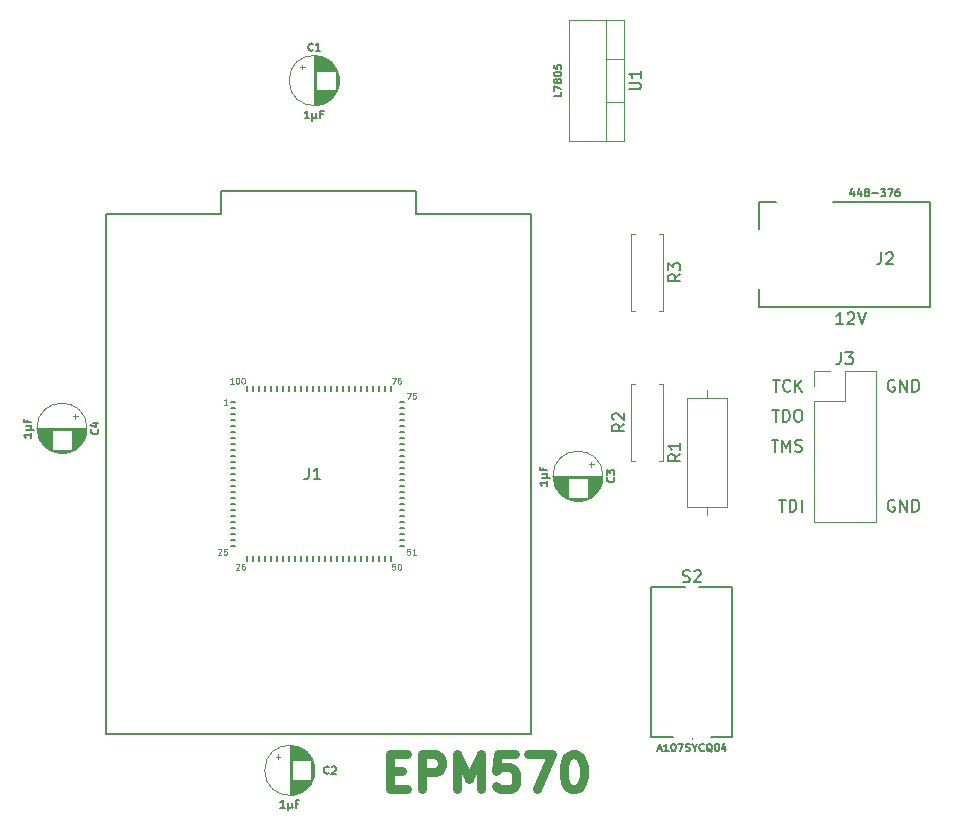
<source format=gto>
%TF.GenerationSoftware,KiCad,Pcbnew,8.0.7*%
%TF.CreationDate,2025-02-06T16:04:56+02:00*%
%TF.ProjectId,EPM570 Programmer,45504d35-3730-4205-9072-6f6772616d6d,V0*%
%TF.SameCoordinates,Original*%
%TF.FileFunction,Legend,Top*%
%TF.FilePolarity,Positive*%
%FSLAX46Y46*%
G04 Gerber Fmt 4.6, Leading zero omitted, Abs format (unit mm)*
G04 Created by KiCad (PCBNEW 8.0.7) date 2025-02-06 16:04:56*
%MOMM*%
%LPD*%
G01*
G04 APERTURE LIST*
%ADD10C,0.200000*%
%ADD11C,0.750000*%
%ADD12C,0.150000*%
%ADD13C,0.100000*%
%ADD14C,0.120000*%
G04 APERTURE END LIST*
D10*
X56149952Y-325219D02*
X55578524Y-325219D01*
X55864238Y-325219D02*
X55864238Y674780D01*
X55864238Y674780D02*
X55769000Y531923D01*
X55769000Y531923D02*
X55673762Y436685D01*
X55673762Y436685D02*
X55578524Y389066D01*
X56530905Y579542D02*
X56578524Y627161D01*
X56578524Y627161D02*
X56673762Y674780D01*
X56673762Y674780D02*
X56911857Y674780D01*
X56911857Y674780D02*
X57007095Y627161D01*
X57007095Y627161D02*
X57054714Y579542D01*
X57054714Y579542D02*
X57102333Y484304D01*
X57102333Y484304D02*
X57102333Y389066D01*
X57102333Y389066D02*
X57054714Y246209D01*
X57054714Y246209D02*
X56483286Y-325219D01*
X56483286Y-325219D02*
X57102333Y-325219D01*
X57388048Y674780D02*
X57721381Y-325219D01*
X57721381Y-325219D02*
X58054714Y674780D01*
D11*
X17765142Y-38131428D02*
X18765142Y-38131428D01*
X19193714Y-39702857D02*
X17765142Y-39702857D01*
X17765142Y-39702857D02*
X17765142Y-36702857D01*
X17765142Y-36702857D02*
X19193714Y-36702857D01*
X20479428Y-39702857D02*
X20479428Y-36702857D01*
X20479428Y-36702857D02*
X21622285Y-36702857D01*
X21622285Y-36702857D02*
X21908000Y-36845714D01*
X21908000Y-36845714D02*
X22050857Y-36988571D01*
X22050857Y-36988571D02*
X22193714Y-37274285D01*
X22193714Y-37274285D02*
X22193714Y-37702857D01*
X22193714Y-37702857D02*
X22050857Y-37988571D01*
X22050857Y-37988571D02*
X21908000Y-38131428D01*
X21908000Y-38131428D02*
X21622285Y-38274285D01*
X21622285Y-38274285D02*
X20479428Y-38274285D01*
X23479428Y-39702857D02*
X23479428Y-36702857D01*
X23479428Y-36702857D02*
X24479428Y-38845714D01*
X24479428Y-38845714D02*
X25479428Y-36702857D01*
X25479428Y-36702857D02*
X25479428Y-39702857D01*
X28336571Y-36702857D02*
X26907999Y-36702857D01*
X26907999Y-36702857D02*
X26765142Y-38131428D01*
X26765142Y-38131428D02*
X26907999Y-37988571D01*
X26907999Y-37988571D02*
X27193714Y-37845714D01*
X27193714Y-37845714D02*
X27907999Y-37845714D01*
X27907999Y-37845714D02*
X28193714Y-37988571D01*
X28193714Y-37988571D02*
X28336571Y-38131428D01*
X28336571Y-38131428D02*
X28479428Y-38417142D01*
X28479428Y-38417142D02*
X28479428Y-39131428D01*
X28479428Y-39131428D02*
X28336571Y-39417142D01*
X28336571Y-39417142D02*
X28193714Y-39560000D01*
X28193714Y-39560000D02*
X27907999Y-39702857D01*
X27907999Y-39702857D02*
X27193714Y-39702857D01*
X27193714Y-39702857D02*
X26907999Y-39560000D01*
X26907999Y-39560000D02*
X26765142Y-39417142D01*
X29479428Y-36702857D02*
X31479428Y-36702857D01*
X31479428Y-36702857D02*
X30193714Y-39702857D01*
X33193714Y-36702857D02*
X33479428Y-36702857D01*
X33479428Y-36702857D02*
X33765142Y-36845714D01*
X33765142Y-36845714D02*
X33908000Y-36988571D01*
X33908000Y-36988571D02*
X34050857Y-37274285D01*
X34050857Y-37274285D02*
X34193714Y-37845714D01*
X34193714Y-37845714D02*
X34193714Y-38560000D01*
X34193714Y-38560000D02*
X34050857Y-39131428D01*
X34050857Y-39131428D02*
X33908000Y-39417142D01*
X33908000Y-39417142D02*
X33765142Y-39560000D01*
X33765142Y-39560000D02*
X33479428Y-39702857D01*
X33479428Y-39702857D02*
X33193714Y-39702857D01*
X33193714Y-39702857D02*
X32908000Y-39560000D01*
X32908000Y-39560000D02*
X32765142Y-39417142D01*
X32765142Y-39417142D02*
X32622285Y-39131428D01*
X32622285Y-39131428D02*
X32479428Y-38560000D01*
X32479428Y-38560000D02*
X32479428Y-37845714D01*
X32479428Y-37845714D02*
X32622285Y-37274285D01*
X32622285Y-37274285D02*
X32765142Y-36988571D01*
X32765142Y-36988571D02*
X32908000Y-36845714D01*
X32908000Y-36845714D02*
X33193714Y-36702857D01*
D10*
X50721566Y-15183219D02*
X51292994Y-15183219D01*
X51007280Y-16183219D02*
X51007280Y-15183219D01*
X51626328Y-16183219D02*
X51626328Y-15183219D01*
X51626328Y-15183219D02*
X51864423Y-15183219D01*
X51864423Y-15183219D02*
X52007280Y-15230838D01*
X52007280Y-15230838D02*
X52102518Y-15326076D01*
X52102518Y-15326076D02*
X52150137Y-15421314D01*
X52150137Y-15421314D02*
X52197756Y-15611790D01*
X52197756Y-15611790D02*
X52197756Y-15754647D01*
X52197756Y-15754647D02*
X52150137Y-15945123D01*
X52150137Y-15945123D02*
X52102518Y-16040361D01*
X52102518Y-16040361D02*
X52007280Y-16135600D01*
X52007280Y-16135600D02*
X51864423Y-16183219D01*
X51864423Y-16183219D02*
X51626328Y-16183219D01*
X52626328Y-16183219D02*
X52626328Y-15183219D01*
X50197756Y-5023219D02*
X50769184Y-5023219D01*
X50483470Y-6023219D02*
X50483470Y-5023219D01*
X51673946Y-5927980D02*
X51626327Y-5975600D01*
X51626327Y-5975600D02*
X51483470Y-6023219D01*
X51483470Y-6023219D02*
X51388232Y-6023219D01*
X51388232Y-6023219D02*
X51245375Y-5975600D01*
X51245375Y-5975600D02*
X51150137Y-5880361D01*
X51150137Y-5880361D02*
X51102518Y-5785123D01*
X51102518Y-5785123D02*
X51054899Y-5594647D01*
X51054899Y-5594647D02*
X51054899Y-5451790D01*
X51054899Y-5451790D02*
X51102518Y-5261314D01*
X51102518Y-5261314D02*
X51150137Y-5166076D01*
X51150137Y-5166076D02*
X51245375Y-5070838D01*
X51245375Y-5070838D02*
X51388232Y-5023219D01*
X51388232Y-5023219D02*
X51483470Y-5023219D01*
X51483470Y-5023219D02*
X51626327Y-5070838D01*
X51626327Y-5070838D02*
X51673946Y-5118457D01*
X52102518Y-6023219D02*
X52102518Y-5023219D01*
X52673946Y-6023219D02*
X52245375Y-5451790D01*
X52673946Y-5023219D02*
X52102518Y-5594647D01*
X50102518Y-10103219D02*
X50673946Y-10103219D01*
X50388232Y-11103219D02*
X50388232Y-10103219D01*
X51007280Y-11103219D02*
X51007280Y-10103219D01*
X51007280Y-10103219D02*
X51340613Y-10817504D01*
X51340613Y-10817504D02*
X51673946Y-10103219D01*
X51673946Y-10103219D02*
X51673946Y-11103219D01*
X52102518Y-11055600D02*
X52245375Y-11103219D01*
X52245375Y-11103219D02*
X52483470Y-11103219D01*
X52483470Y-11103219D02*
X52578708Y-11055600D01*
X52578708Y-11055600D02*
X52626327Y-11007980D01*
X52626327Y-11007980D02*
X52673946Y-10912742D01*
X52673946Y-10912742D02*
X52673946Y-10817504D01*
X52673946Y-10817504D02*
X52626327Y-10722266D01*
X52626327Y-10722266D02*
X52578708Y-10674647D01*
X52578708Y-10674647D02*
X52483470Y-10627028D01*
X52483470Y-10627028D02*
X52292994Y-10579409D01*
X52292994Y-10579409D02*
X52197756Y-10531790D01*
X52197756Y-10531790D02*
X52150137Y-10484171D01*
X52150137Y-10484171D02*
X52102518Y-10388933D01*
X52102518Y-10388933D02*
X52102518Y-10293695D01*
X52102518Y-10293695D02*
X52150137Y-10198457D01*
X52150137Y-10198457D02*
X52197756Y-10150838D01*
X52197756Y-10150838D02*
X52292994Y-10103219D01*
X52292994Y-10103219D02*
X52531089Y-10103219D01*
X52531089Y-10103219D02*
X52673946Y-10150838D01*
X60493483Y-5070838D02*
X60398245Y-5023219D01*
X60398245Y-5023219D02*
X60255388Y-5023219D01*
X60255388Y-5023219D02*
X60112531Y-5070838D01*
X60112531Y-5070838D02*
X60017293Y-5166076D01*
X60017293Y-5166076D02*
X59969674Y-5261314D01*
X59969674Y-5261314D02*
X59922055Y-5451790D01*
X59922055Y-5451790D02*
X59922055Y-5594647D01*
X59922055Y-5594647D02*
X59969674Y-5785123D01*
X59969674Y-5785123D02*
X60017293Y-5880361D01*
X60017293Y-5880361D02*
X60112531Y-5975600D01*
X60112531Y-5975600D02*
X60255388Y-6023219D01*
X60255388Y-6023219D02*
X60350626Y-6023219D01*
X60350626Y-6023219D02*
X60493483Y-5975600D01*
X60493483Y-5975600D02*
X60541102Y-5927980D01*
X60541102Y-5927980D02*
X60541102Y-5594647D01*
X60541102Y-5594647D02*
X60350626Y-5594647D01*
X60969674Y-6023219D02*
X60969674Y-5023219D01*
X60969674Y-5023219D02*
X61541102Y-6023219D01*
X61541102Y-6023219D02*
X61541102Y-5023219D01*
X62017293Y-6023219D02*
X62017293Y-5023219D01*
X62017293Y-5023219D02*
X62255388Y-5023219D01*
X62255388Y-5023219D02*
X62398245Y-5070838D01*
X62398245Y-5070838D02*
X62493483Y-5166076D01*
X62493483Y-5166076D02*
X62541102Y-5261314D01*
X62541102Y-5261314D02*
X62588721Y-5451790D01*
X62588721Y-5451790D02*
X62588721Y-5594647D01*
X62588721Y-5594647D02*
X62541102Y-5785123D01*
X62541102Y-5785123D02*
X62493483Y-5880361D01*
X62493483Y-5880361D02*
X62398245Y-5975600D01*
X62398245Y-5975600D02*
X62255388Y-6023219D01*
X62255388Y-6023219D02*
X62017293Y-6023219D01*
X50150137Y-7563219D02*
X50721565Y-7563219D01*
X50435851Y-8563219D02*
X50435851Y-7563219D01*
X51054899Y-8563219D02*
X51054899Y-7563219D01*
X51054899Y-7563219D02*
X51292994Y-7563219D01*
X51292994Y-7563219D02*
X51435851Y-7610838D01*
X51435851Y-7610838D02*
X51531089Y-7706076D01*
X51531089Y-7706076D02*
X51578708Y-7801314D01*
X51578708Y-7801314D02*
X51626327Y-7991790D01*
X51626327Y-7991790D02*
X51626327Y-8134647D01*
X51626327Y-8134647D02*
X51578708Y-8325123D01*
X51578708Y-8325123D02*
X51531089Y-8420361D01*
X51531089Y-8420361D02*
X51435851Y-8515600D01*
X51435851Y-8515600D02*
X51292994Y-8563219D01*
X51292994Y-8563219D02*
X51054899Y-8563219D01*
X52245375Y-7563219D02*
X52435851Y-7563219D01*
X52435851Y-7563219D02*
X52531089Y-7610838D01*
X52531089Y-7610838D02*
X52626327Y-7706076D01*
X52626327Y-7706076D02*
X52673946Y-7896552D01*
X52673946Y-7896552D02*
X52673946Y-8229885D01*
X52673946Y-8229885D02*
X52626327Y-8420361D01*
X52626327Y-8420361D02*
X52531089Y-8515600D01*
X52531089Y-8515600D02*
X52435851Y-8563219D01*
X52435851Y-8563219D02*
X52245375Y-8563219D01*
X52245375Y-8563219D02*
X52150137Y-8515600D01*
X52150137Y-8515600D02*
X52054899Y-8420361D01*
X52054899Y-8420361D02*
X52007280Y-8229885D01*
X52007280Y-8229885D02*
X52007280Y-7896552D01*
X52007280Y-7896552D02*
X52054899Y-7706076D01*
X52054899Y-7706076D02*
X52150137Y-7610838D01*
X52150137Y-7610838D02*
X52245375Y-7563219D01*
X60493483Y-15230838D02*
X60398245Y-15183219D01*
X60398245Y-15183219D02*
X60255388Y-15183219D01*
X60255388Y-15183219D02*
X60112531Y-15230838D01*
X60112531Y-15230838D02*
X60017293Y-15326076D01*
X60017293Y-15326076D02*
X59969674Y-15421314D01*
X59969674Y-15421314D02*
X59922055Y-15611790D01*
X59922055Y-15611790D02*
X59922055Y-15754647D01*
X59922055Y-15754647D02*
X59969674Y-15945123D01*
X59969674Y-15945123D02*
X60017293Y-16040361D01*
X60017293Y-16040361D02*
X60112531Y-16135600D01*
X60112531Y-16135600D02*
X60255388Y-16183219D01*
X60255388Y-16183219D02*
X60350626Y-16183219D01*
X60350626Y-16183219D02*
X60493483Y-16135600D01*
X60493483Y-16135600D02*
X60541102Y-16087980D01*
X60541102Y-16087980D02*
X60541102Y-15754647D01*
X60541102Y-15754647D02*
X60350626Y-15754647D01*
X60969674Y-16183219D02*
X60969674Y-15183219D01*
X60969674Y-15183219D02*
X61541102Y-16183219D01*
X61541102Y-16183219D02*
X61541102Y-15183219D01*
X62017293Y-16183219D02*
X62017293Y-15183219D01*
X62017293Y-15183219D02*
X62255388Y-15183219D01*
X62255388Y-15183219D02*
X62398245Y-15230838D01*
X62398245Y-15230838D02*
X62493483Y-15326076D01*
X62493483Y-15326076D02*
X62541102Y-15421314D01*
X62541102Y-15421314D02*
X62588721Y-15611790D01*
X62588721Y-15611790D02*
X62588721Y-15754647D01*
X62588721Y-15754647D02*
X62541102Y-15945123D01*
X62541102Y-15945123D02*
X62493483Y-16040361D01*
X62493483Y-16040361D02*
X62398245Y-16135600D01*
X62398245Y-16135600D02*
X62255388Y-16183219D01*
X62255388Y-16183219D02*
X62017293Y-16183219D01*
D12*
X11250166Y22888513D02*
X11219928Y22858275D01*
X11219928Y22858275D02*
X11129214Y22828036D01*
X11129214Y22828036D02*
X11068738Y22828036D01*
X11068738Y22828036D02*
X10978023Y22858275D01*
X10978023Y22858275D02*
X10917547Y22918751D01*
X10917547Y22918751D02*
X10887309Y22979227D01*
X10887309Y22979227D02*
X10857071Y23100179D01*
X10857071Y23100179D02*
X10857071Y23190894D01*
X10857071Y23190894D02*
X10887309Y23311846D01*
X10887309Y23311846D02*
X10917547Y23372322D01*
X10917547Y23372322D02*
X10978023Y23432798D01*
X10978023Y23432798D02*
X11068738Y23463036D01*
X11068738Y23463036D02*
X11129214Y23463036D01*
X11129214Y23463036D02*
X11219928Y23432798D01*
X11219928Y23432798D02*
X11250166Y23402560D01*
X11854928Y22828036D02*
X11492071Y22828036D01*
X11673499Y22828036D02*
X11673499Y23463036D01*
X11673499Y23463036D02*
X11613023Y23372322D01*
X11613023Y23372322D02*
X11552547Y23311846D01*
X11552547Y23311846D02*
X11492071Y23281608D01*
X10932666Y17138436D02*
X10569809Y17138436D01*
X10751237Y17138436D02*
X10751237Y17773436D01*
X10751237Y17773436D02*
X10690761Y17682722D01*
X10690761Y17682722D02*
X10630285Y17622246D01*
X10630285Y17622246D02*
X10569809Y17592008D01*
X11204809Y17561770D02*
X11204809Y16926770D01*
X11507190Y17229151D02*
X11537428Y17168675D01*
X11537428Y17168675D02*
X11597904Y17138436D01*
X11204809Y17229151D02*
X11235047Y17168675D01*
X11235047Y17168675D02*
X11295523Y17138436D01*
X11295523Y17138436D02*
X11416476Y17138436D01*
X11416476Y17138436D02*
X11476952Y17168675D01*
X11476952Y17168675D02*
X11507190Y17229151D01*
X11507190Y17229151D02*
X11507190Y17561770D01*
X12081714Y17471055D02*
X11870047Y17471055D01*
X11870047Y17138436D02*
X11870047Y17773436D01*
X11870047Y17773436D02*
X12172428Y17773436D01*
D10*
X59356666Y5754780D02*
X59356666Y5040495D01*
X59356666Y5040495D02*
X59309047Y4897638D01*
X59309047Y4897638D02*
X59213809Y4802400D01*
X59213809Y4802400D02*
X59070952Y4754780D01*
X59070952Y4754780D02*
X58975714Y4754780D01*
X59785238Y5659542D02*
X59832857Y5707161D01*
X59832857Y5707161D02*
X59928095Y5754780D01*
X59928095Y5754780D02*
X60166190Y5754780D01*
X60166190Y5754780D02*
X60261428Y5707161D01*
X60261428Y5707161D02*
X60309047Y5659542D01*
X60309047Y5659542D02*
X60356666Y5564304D01*
X60356666Y5564304D02*
X60356666Y5469066D01*
X60356666Y5469066D02*
X60309047Y5326209D01*
X60309047Y5326209D02*
X59737619Y4754780D01*
X59737619Y4754780D02*
X60356666Y4754780D01*
D12*
X57067752Y10932370D02*
X57067752Y10509036D01*
X56916561Y11174275D02*
X56765371Y10720703D01*
X56765371Y10720703D02*
X57158466Y10720703D01*
X57672514Y10932370D02*
X57672514Y10509036D01*
X57521323Y11174275D02*
X57370133Y10720703D01*
X57370133Y10720703D02*
X57763228Y10720703D01*
X58095847Y10871894D02*
X58035371Y10902132D01*
X58035371Y10902132D02*
X58005133Y10932370D01*
X58005133Y10932370D02*
X57974895Y10992846D01*
X57974895Y10992846D02*
X57974895Y11023084D01*
X57974895Y11023084D02*
X58005133Y11083560D01*
X58005133Y11083560D02*
X58035371Y11113798D01*
X58035371Y11113798D02*
X58095847Y11144036D01*
X58095847Y11144036D02*
X58216800Y11144036D01*
X58216800Y11144036D02*
X58277276Y11113798D01*
X58277276Y11113798D02*
X58307514Y11083560D01*
X58307514Y11083560D02*
X58337752Y11023084D01*
X58337752Y11023084D02*
X58337752Y10992846D01*
X58337752Y10992846D02*
X58307514Y10932370D01*
X58307514Y10932370D02*
X58277276Y10902132D01*
X58277276Y10902132D02*
X58216800Y10871894D01*
X58216800Y10871894D02*
X58095847Y10871894D01*
X58095847Y10871894D02*
X58035371Y10841655D01*
X58035371Y10841655D02*
X58005133Y10811417D01*
X58005133Y10811417D02*
X57974895Y10750941D01*
X57974895Y10750941D02*
X57974895Y10629989D01*
X57974895Y10629989D02*
X58005133Y10569513D01*
X58005133Y10569513D02*
X58035371Y10539275D01*
X58035371Y10539275D02*
X58095847Y10509036D01*
X58095847Y10509036D02*
X58216800Y10509036D01*
X58216800Y10509036D02*
X58277276Y10539275D01*
X58277276Y10539275D02*
X58307514Y10569513D01*
X58307514Y10569513D02*
X58337752Y10629989D01*
X58337752Y10629989D02*
X58337752Y10750941D01*
X58337752Y10750941D02*
X58307514Y10811417D01*
X58307514Y10811417D02*
X58277276Y10841655D01*
X58277276Y10841655D02*
X58216800Y10871894D01*
X58609895Y10750941D02*
X59093705Y10750941D01*
X59335609Y11144036D02*
X59728704Y11144036D01*
X59728704Y11144036D02*
X59517037Y10902132D01*
X59517037Y10902132D02*
X59607752Y10902132D01*
X59607752Y10902132D02*
X59668228Y10871894D01*
X59668228Y10871894D02*
X59698466Y10841655D01*
X59698466Y10841655D02*
X59728704Y10781179D01*
X59728704Y10781179D02*
X59728704Y10629989D01*
X59728704Y10629989D02*
X59698466Y10569513D01*
X59698466Y10569513D02*
X59668228Y10539275D01*
X59668228Y10539275D02*
X59607752Y10509036D01*
X59607752Y10509036D02*
X59426323Y10509036D01*
X59426323Y10509036D02*
X59365847Y10539275D01*
X59365847Y10539275D02*
X59335609Y10569513D01*
X59940371Y11144036D02*
X60363704Y11144036D01*
X60363704Y11144036D02*
X60091561Y10509036D01*
X60877752Y11144036D02*
X60756799Y11144036D01*
X60756799Y11144036D02*
X60696323Y11113798D01*
X60696323Y11113798D02*
X60666085Y11083560D01*
X60666085Y11083560D02*
X60605609Y10992846D01*
X60605609Y10992846D02*
X60575371Y10871894D01*
X60575371Y10871894D02*
X60575371Y10629989D01*
X60575371Y10629989D02*
X60605609Y10569513D01*
X60605609Y10569513D02*
X60635847Y10539275D01*
X60635847Y10539275D02*
X60696323Y10509036D01*
X60696323Y10509036D02*
X60817276Y10509036D01*
X60817276Y10509036D02*
X60877752Y10539275D01*
X60877752Y10539275D02*
X60907990Y10569513D01*
X60907990Y10569513D02*
X60938228Y10629989D01*
X60938228Y10629989D02*
X60938228Y10781179D01*
X60938228Y10781179D02*
X60907990Y10841655D01*
X60907990Y10841655D02*
X60877752Y10871894D01*
X60877752Y10871894D02*
X60817276Y10902132D01*
X60817276Y10902132D02*
X60696323Y10902132D01*
X60696323Y10902132D02*
X60635847Y10871894D01*
X60635847Y10871894D02*
X60605609Y10841655D01*
X60605609Y10841655D02*
X60575371Y10781179D01*
D10*
X42582095Y-22104600D02*
X42724952Y-22152219D01*
X42724952Y-22152219D02*
X42963047Y-22152219D01*
X42963047Y-22152219D02*
X43058285Y-22104600D01*
X43058285Y-22104600D02*
X43105904Y-22056980D01*
X43105904Y-22056980D02*
X43153523Y-21961742D01*
X43153523Y-21961742D02*
X43153523Y-21866504D01*
X43153523Y-21866504D02*
X43105904Y-21771266D01*
X43105904Y-21771266D02*
X43058285Y-21723647D01*
X43058285Y-21723647D02*
X42963047Y-21676028D01*
X42963047Y-21676028D02*
X42772571Y-21628409D01*
X42772571Y-21628409D02*
X42677333Y-21580790D01*
X42677333Y-21580790D02*
X42629714Y-21533171D01*
X42629714Y-21533171D02*
X42582095Y-21437933D01*
X42582095Y-21437933D02*
X42582095Y-21342695D01*
X42582095Y-21342695D02*
X42629714Y-21247457D01*
X42629714Y-21247457D02*
X42677333Y-21199838D01*
X42677333Y-21199838D02*
X42772571Y-21152219D01*
X42772571Y-21152219D02*
X43010666Y-21152219D01*
X43010666Y-21152219D02*
X43153523Y-21199838D01*
X43534476Y-21247457D02*
X43582095Y-21199838D01*
X43582095Y-21199838D02*
X43677333Y-21152219D01*
X43677333Y-21152219D02*
X43915428Y-21152219D01*
X43915428Y-21152219D02*
X44010666Y-21199838D01*
X44010666Y-21199838D02*
X44058285Y-21247457D01*
X44058285Y-21247457D02*
X44105904Y-21342695D01*
X44105904Y-21342695D02*
X44105904Y-21437933D01*
X44105904Y-21437933D02*
X44058285Y-21580790D01*
X44058285Y-21580790D02*
X43486857Y-22152219D01*
X43486857Y-22152219D02*
X44105904Y-22152219D01*
D12*
X40456261Y-36282534D02*
X40758642Y-36282534D01*
X40395785Y-36463963D02*
X40607451Y-35828963D01*
X40607451Y-35828963D02*
X40819118Y-36463963D01*
X41363404Y-36463963D02*
X41000547Y-36463963D01*
X41181975Y-36463963D02*
X41181975Y-35828963D01*
X41181975Y-35828963D02*
X41121499Y-35919677D01*
X41121499Y-35919677D02*
X41061023Y-35980153D01*
X41061023Y-35980153D02*
X41000547Y-36010391D01*
X41756499Y-35828963D02*
X41816976Y-35828963D01*
X41816976Y-35828963D02*
X41877452Y-35859201D01*
X41877452Y-35859201D02*
X41907690Y-35889439D01*
X41907690Y-35889439D02*
X41937928Y-35949915D01*
X41937928Y-35949915D02*
X41968166Y-36070867D01*
X41968166Y-36070867D02*
X41968166Y-36222058D01*
X41968166Y-36222058D02*
X41937928Y-36343010D01*
X41937928Y-36343010D02*
X41907690Y-36403486D01*
X41907690Y-36403486D02*
X41877452Y-36433725D01*
X41877452Y-36433725D02*
X41816976Y-36463963D01*
X41816976Y-36463963D02*
X41756499Y-36463963D01*
X41756499Y-36463963D02*
X41696023Y-36433725D01*
X41696023Y-36433725D02*
X41665785Y-36403486D01*
X41665785Y-36403486D02*
X41635547Y-36343010D01*
X41635547Y-36343010D02*
X41605309Y-36222058D01*
X41605309Y-36222058D02*
X41605309Y-36070867D01*
X41605309Y-36070867D02*
X41635547Y-35949915D01*
X41635547Y-35949915D02*
X41665785Y-35889439D01*
X41665785Y-35889439D02*
X41696023Y-35859201D01*
X41696023Y-35859201D02*
X41756499Y-35828963D01*
X42179833Y-35828963D02*
X42603166Y-35828963D01*
X42603166Y-35828963D02*
X42331023Y-36463963D01*
X42814833Y-36433725D02*
X42905547Y-36463963D01*
X42905547Y-36463963D02*
X43056738Y-36463963D01*
X43056738Y-36463963D02*
X43117214Y-36433725D01*
X43117214Y-36433725D02*
X43147452Y-36403486D01*
X43147452Y-36403486D02*
X43177690Y-36343010D01*
X43177690Y-36343010D02*
X43177690Y-36282534D01*
X43177690Y-36282534D02*
X43147452Y-36222058D01*
X43147452Y-36222058D02*
X43117214Y-36191820D01*
X43117214Y-36191820D02*
X43056738Y-36161582D01*
X43056738Y-36161582D02*
X42935785Y-36131344D01*
X42935785Y-36131344D02*
X42875309Y-36101105D01*
X42875309Y-36101105D02*
X42845071Y-36070867D01*
X42845071Y-36070867D02*
X42814833Y-36010391D01*
X42814833Y-36010391D02*
X42814833Y-35949915D01*
X42814833Y-35949915D02*
X42845071Y-35889439D01*
X42845071Y-35889439D02*
X42875309Y-35859201D01*
X42875309Y-35859201D02*
X42935785Y-35828963D01*
X42935785Y-35828963D02*
X43086976Y-35828963D01*
X43086976Y-35828963D02*
X43177690Y-35859201D01*
X43570785Y-36161582D02*
X43570785Y-36463963D01*
X43359119Y-35828963D02*
X43570785Y-36161582D01*
X43570785Y-36161582D02*
X43782452Y-35828963D01*
X44356976Y-36403486D02*
X44326738Y-36433725D01*
X44326738Y-36433725D02*
X44236024Y-36463963D01*
X44236024Y-36463963D02*
X44175548Y-36463963D01*
X44175548Y-36463963D02*
X44084833Y-36433725D01*
X44084833Y-36433725D02*
X44024357Y-36373248D01*
X44024357Y-36373248D02*
X43994119Y-36312772D01*
X43994119Y-36312772D02*
X43963881Y-36191820D01*
X43963881Y-36191820D02*
X43963881Y-36101105D01*
X43963881Y-36101105D02*
X43994119Y-35980153D01*
X43994119Y-35980153D02*
X44024357Y-35919677D01*
X44024357Y-35919677D02*
X44084833Y-35859201D01*
X44084833Y-35859201D02*
X44175548Y-35828963D01*
X44175548Y-35828963D02*
X44236024Y-35828963D01*
X44236024Y-35828963D02*
X44326738Y-35859201D01*
X44326738Y-35859201D02*
X44356976Y-35889439D01*
X45052452Y-36524439D02*
X44991976Y-36494201D01*
X44991976Y-36494201D02*
X44931500Y-36433725D01*
X44931500Y-36433725D02*
X44840786Y-36343010D01*
X44840786Y-36343010D02*
X44780309Y-36312772D01*
X44780309Y-36312772D02*
X44719833Y-36312772D01*
X44750071Y-36463963D02*
X44689595Y-36433725D01*
X44689595Y-36433725D02*
X44629119Y-36373248D01*
X44629119Y-36373248D02*
X44598881Y-36252296D01*
X44598881Y-36252296D02*
X44598881Y-36040629D01*
X44598881Y-36040629D02*
X44629119Y-35919677D01*
X44629119Y-35919677D02*
X44689595Y-35859201D01*
X44689595Y-35859201D02*
X44750071Y-35828963D01*
X44750071Y-35828963D02*
X44871024Y-35828963D01*
X44871024Y-35828963D02*
X44931500Y-35859201D01*
X44931500Y-35859201D02*
X44991976Y-35919677D01*
X44991976Y-35919677D02*
X45022214Y-36040629D01*
X45022214Y-36040629D02*
X45022214Y-36252296D01*
X45022214Y-36252296D02*
X44991976Y-36373248D01*
X44991976Y-36373248D02*
X44931500Y-36433725D01*
X44931500Y-36433725D02*
X44871024Y-36463963D01*
X44871024Y-36463963D02*
X44750071Y-36463963D01*
X45415309Y-35828963D02*
X45475786Y-35828963D01*
X45475786Y-35828963D02*
X45536262Y-35859201D01*
X45536262Y-35859201D02*
X45566500Y-35889439D01*
X45566500Y-35889439D02*
X45596738Y-35949915D01*
X45596738Y-35949915D02*
X45626976Y-36070867D01*
X45626976Y-36070867D02*
X45626976Y-36222058D01*
X45626976Y-36222058D02*
X45596738Y-36343010D01*
X45596738Y-36343010D02*
X45566500Y-36403486D01*
X45566500Y-36403486D02*
X45536262Y-36433725D01*
X45536262Y-36433725D02*
X45475786Y-36463963D01*
X45475786Y-36463963D02*
X45415309Y-36463963D01*
X45415309Y-36463963D02*
X45354833Y-36433725D01*
X45354833Y-36433725D02*
X45324595Y-36403486D01*
X45324595Y-36403486D02*
X45294357Y-36343010D01*
X45294357Y-36343010D02*
X45264119Y-36222058D01*
X45264119Y-36222058D02*
X45264119Y-36070867D01*
X45264119Y-36070867D02*
X45294357Y-35949915D01*
X45294357Y-35949915D02*
X45324595Y-35889439D01*
X45324595Y-35889439D02*
X45354833Y-35859201D01*
X45354833Y-35859201D02*
X45415309Y-35828963D01*
X46171262Y-36040629D02*
X46171262Y-36463963D01*
X46020071Y-35798725D02*
X45868881Y-36252296D01*
X45868881Y-36252296D02*
X46261976Y-36252296D01*
D10*
X38012219Y19558095D02*
X38821742Y19558095D01*
X38821742Y19558095D02*
X38916980Y19605714D01*
X38916980Y19605714D02*
X38964600Y19653333D01*
X38964600Y19653333D02*
X39012219Y19748571D01*
X39012219Y19748571D02*
X39012219Y19939047D01*
X39012219Y19939047D02*
X38964600Y20034285D01*
X38964600Y20034285D02*
X38916980Y20081904D01*
X38916980Y20081904D02*
X38821742Y20129523D01*
X38821742Y20129523D02*
X38012219Y20129523D01*
X39012219Y21129523D02*
X39012219Y20558095D01*
X39012219Y20843809D02*
X38012219Y20843809D01*
X38012219Y20843809D02*
X38155076Y20748571D01*
X38155076Y20748571D02*
X38250314Y20653333D01*
X38250314Y20653333D02*
X38297933Y20558095D01*
D12*
X32289963Y19307023D02*
X32289963Y19004642D01*
X32289963Y19004642D02*
X31654963Y19004642D01*
X31654963Y19458214D02*
X31654963Y19881547D01*
X31654963Y19881547D02*
X32289963Y19609404D01*
X31927105Y20214166D02*
X31896867Y20153690D01*
X31896867Y20153690D02*
X31866629Y20123452D01*
X31866629Y20123452D02*
X31806153Y20093214D01*
X31806153Y20093214D02*
X31775915Y20093214D01*
X31775915Y20093214D02*
X31715439Y20123452D01*
X31715439Y20123452D02*
X31685201Y20153690D01*
X31685201Y20153690D02*
X31654963Y20214166D01*
X31654963Y20214166D02*
X31654963Y20335119D01*
X31654963Y20335119D02*
X31685201Y20395595D01*
X31685201Y20395595D02*
X31715439Y20425833D01*
X31715439Y20425833D02*
X31775915Y20456071D01*
X31775915Y20456071D02*
X31806153Y20456071D01*
X31806153Y20456071D02*
X31866629Y20425833D01*
X31866629Y20425833D02*
X31896867Y20395595D01*
X31896867Y20395595D02*
X31927105Y20335119D01*
X31927105Y20335119D02*
X31927105Y20214166D01*
X31927105Y20214166D02*
X31957344Y20153690D01*
X31957344Y20153690D02*
X31987582Y20123452D01*
X31987582Y20123452D02*
X32048058Y20093214D01*
X32048058Y20093214D02*
X32169010Y20093214D01*
X32169010Y20093214D02*
X32229486Y20123452D01*
X32229486Y20123452D02*
X32259725Y20153690D01*
X32259725Y20153690D02*
X32289963Y20214166D01*
X32289963Y20214166D02*
X32289963Y20335119D01*
X32289963Y20335119D02*
X32259725Y20395595D01*
X32259725Y20395595D02*
X32229486Y20425833D01*
X32229486Y20425833D02*
X32169010Y20456071D01*
X32169010Y20456071D02*
X32048058Y20456071D01*
X32048058Y20456071D02*
X31987582Y20425833D01*
X31987582Y20425833D02*
X31957344Y20395595D01*
X31957344Y20395595D02*
X31927105Y20335119D01*
X31654963Y20849166D02*
X31654963Y20909643D01*
X31654963Y20909643D02*
X31685201Y20970119D01*
X31685201Y20970119D02*
X31715439Y21000357D01*
X31715439Y21000357D02*
X31775915Y21030595D01*
X31775915Y21030595D02*
X31896867Y21060833D01*
X31896867Y21060833D02*
X32048058Y21060833D01*
X32048058Y21060833D02*
X32169010Y21030595D01*
X32169010Y21030595D02*
X32229486Y21000357D01*
X32229486Y21000357D02*
X32259725Y20970119D01*
X32259725Y20970119D02*
X32289963Y20909643D01*
X32289963Y20909643D02*
X32289963Y20849166D01*
X32289963Y20849166D02*
X32259725Y20788690D01*
X32259725Y20788690D02*
X32229486Y20758452D01*
X32229486Y20758452D02*
X32169010Y20728214D01*
X32169010Y20728214D02*
X32048058Y20697976D01*
X32048058Y20697976D02*
X31896867Y20697976D01*
X31896867Y20697976D02*
X31775915Y20728214D01*
X31775915Y20728214D02*
X31715439Y20758452D01*
X31715439Y20758452D02*
X31685201Y20788690D01*
X31685201Y20788690D02*
X31654963Y20849166D01*
X31654963Y21635357D02*
X31654963Y21332976D01*
X31654963Y21332976D02*
X31957344Y21302738D01*
X31957344Y21302738D02*
X31927105Y21332976D01*
X31927105Y21332976D02*
X31896867Y21393452D01*
X31896867Y21393452D02*
X31896867Y21544643D01*
X31896867Y21544643D02*
X31927105Y21605119D01*
X31927105Y21605119D02*
X31957344Y21635357D01*
X31957344Y21635357D02*
X32017820Y21665595D01*
X32017820Y21665595D02*
X32169010Y21665595D01*
X32169010Y21665595D02*
X32229486Y21635357D01*
X32229486Y21635357D02*
X32259725Y21605119D01*
X32259725Y21605119D02*
X32289963Y21544643D01*
X32289963Y21544643D02*
X32289963Y21393452D01*
X32289963Y21393452D02*
X32259725Y21332976D01*
X32259725Y21332976D02*
X32229486Y21302738D01*
X42348819Y-11325666D02*
X41872628Y-11658999D01*
X42348819Y-11897094D02*
X41348819Y-11897094D01*
X41348819Y-11897094D02*
X41348819Y-11516142D01*
X41348819Y-11516142D02*
X41396438Y-11420904D01*
X41396438Y-11420904D02*
X41444057Y-11373285D01*
X41444057Y-11373285D02*
X41539295Y-11325666D01*
X41539295Y-11325666D02*
X41682152Y-11325666D01*
X41682152Y-11325666D02*
X41777390Y-11373285D01*
X41777390Y-11373285D02*
X41825009Y-11420904D01*
X41825009Y-11420904D02*
X41872628Y-11516142D01*
X41872628Y-11516142D02*
X41872628Y-11897094D01*
X42348819Y-10373285D02*
X42348819Y-10944713D01*
X42348819Y-10658999D02*
X41348819Y-10658999D01*
X41348819Y-10658999D02*
X41491676Y-10754237D01*
X41491676Y-10754237D02*
X41586914Y-10849475D01*
X41586914Y-10849475D02*
X41634533Y-10944713D01*
X36711486Y-13296833D02*
X36741725Y-13327071D01*
X36741725Y-13327071D02*
X36771963Y-13417785D01*
X36771963Y-13417785D02*
X36771963Y-13478261D01*
X36771963Y-13478261D02*
X36741725Y-13568976D01*
X36741725Y-13568976D02*
X36681248Y-13629452D01*
X36681248Y-13629452D02*
X36620772Y-13659690D01*
X36620772Y-13659690D02*
X36499820Y-13689928D01*
X36499820Y-13689928D02*
X36409105Y-13689928D01*
X36409105Y-13689928D02*
X36288153Y-13659690D01*
X36288153Y-13659690D02*
X36227677Y-13629452D01*
X36227677Y-13629452D02*
X36167201Y-13568976D01*
X36167201Y-13568976D02*
X36136963Y-13478261D01*
X36136963Y-13478261D02*
X36136963Y-13417785D01*
X36136963Y-13417785D02*
X36167201Y-13327071D01*
X36167201Y-13327071D02*
X36197439Y-13296833D01*
X36136963Y-13085166D02*
X36136963Y-12692071D01*
X36136963Y-12692071D02*
X36378867Y-12903738D01*
X36378867Y-12903738D02*
X36378867Y-12813023D01*
X36378867Y-12813023D02*
X36409105Y-12752547D01*
X36409105Y-12752547D02*
X36439344Y-12722309D01*
X36439344Y-12722309D02*
X36499820Y-12692071D01*
X36499820Y-12692071D02*
X36651010Y-12692071D01*
X36651010Y-12692071D02*
X36711486Y-12722309D01*
X36711486Y-12722309D02*
X36741725Y-12752547D01*
X36741725Y-12752547D02*
X36771963Y-12813023D01*
X36771963Y-12813023D02*
X36771963Y-12994452D01*
X36771963Y-12994452D02*
X36741725Y-13054928D01*
X36741725Y-13054928D02*
X36711486Y-13085166D01*
X31082363Y-13614333D02*
X31082363Y-13977190D01*
X31082363Y-13795762D02*
X30447363Y-13795762D01*
X30447363Y-13795762D02*
X30538077Y-13856238D01*
X30538077Y-13856238D02*
X30598553Y-13916714D01*
X30598553Y-13916714D02*
X30628791Y-13977190D01*
X30659029Y-13342190D02*
X31294029Y-13342190D01*
X30991648Y-13039809D02*
X31052125Y-13009571D01*
X31052125Y-13009571D02*
X31082363Y-12949095D01*
X30991648Y-13342190D02*
X31052125Y-13311952D01*
X31052125Y-13311952D02*
X31082363Y-13251476D01*
X31082363Y-13251476D02*
X31082363Y-13130523D01*
X31082363Y-13130523D02*
X31052125Y-13070047D01*
X31052125Y-13070047D02*
X30991648Y-13039809D01*
X30991648Y-13039809D02*
X30659029Y-13039809D01*
X30749744Y-12465285D02*
X30749744Y-12676952D01*
X31082363Y-12676952D02*
X30447363Y-12676952D01*
X30447363Y-12676952D02*
X30447363Y-12374571D01*
X55964666Y-2695819D02*
X55964666Y-3410104D01*
X55964666Y-3410104D02*
X55917047Y-3552961D01*
X55917047Y-3552961D02*
X55821809Y-3648200D01*
X55821809Y-3648200D02*
X55678952Y-3695819D01*
X55678952Y-3695819D02*
X55583714Y-3695819D01*
X56345619Y-2695819D02*
X56964666Y-2695819D01*
X56964666Y-2695819D02*
X56631333Y-3076771D01*
X56631333Y-3076771D02*
X56774190Y-3076771D01*
X56774190Y-3076771D02*
X56869428Y-3124390D01*
X56869428Y-3124390D02*
X56917047Y-3172009D01*
X56917047Y-3172009D02*
X56964666Y-3267247D01*
X56964666Y-3267247D02*
X56964666Y-3505342D01*
X56964666Y-3505342D02*
X56917047Y-3600580D01*
X56917047Y-3600580D02*
X56869428Y-3648200D01*
X56869428Y-3648200D02*
X56774190Y-3695819D01*
X56774190Y-3695819D02*
X56488476Y-3695819D01*
X56488476Y-3695819D02*
X56393238Y-3648200D01*
X56393238Y-3648200D02*
X56345619Y-3600580D01*
X37618819Y-8785666D02*
X37142628Y-9118999D01*
X37618819Y-9357094D02*
X36618819Y-9357094D01*
X36618819Y-9357094D02*
X36618819Y-8976142D01*
X36618819Y-8976142D02*
X36666438Y-8880904D01*
X36666438Y-8880904D02*
X36714057Y-8833285D01*
X36714057Y-8833285D02*
X36809295Y-8785666D01*
X36809295Y-8785666D02*
X36952152Y-8785666D01*
X36952152Y-8785666D02*
X37047390Y-8833285D01*
X37047390Y-8833285D02*
X37095009Y-8880904D01*
X37095009Y-8880904D02*
X37142628Y-8976142D01*
X37142628Y-8976142D02*
X37142628Y-9357094D01*
X36714057Y-8404713D02*
X36666438Y-8357094D01*
X36666438Y-8357094D02*
X36618819Y-8261856D01*
X36618819Y-8261856D02*
X36618819Y-8023761D01*
X36618819Y-8023761D02*
X36666438Y-7928523D01*
X36666438Y-7928523D02*
X36714057Y-7880904D01*
X36714057Y-7880904D02*
X36809295Y-7833285D01*
X36809295Y-7833285D02*
X36904533Y-7833285D01*
X36904533Y-7833285D02*
X37047390Y-7880904D01*
X37047390Y-7880904D02*
X37618819Y-8452332D01*
X37618819Y-8452332D02*
X37618819Y-7833285D01*
X42358819Y3914333D02*
X41882628Y3581000D01*
X42358819Y3342905D02*
X41358819Y3342905D01*
X41358819Y3342905D02*
X41358819Y3723857D01*
X41358819Y3723857D02*
X41406438Y3819095D01*
X41406438Y3819095D02*
X41454057Y3866714D01*
X41454057Y3866714D02*
X41549295Y3914333D01*
X41549295Y3914333D02*
X41692152Y3914333D01*
X41692152Y3914333D02*
X41787390Y3866714D01*
X41787390Y3866714D02*
X41835009Y3819095D01*
X41835009Y3819095D02*
X41882628Y3723857D01*
X41882628Y3723857D02*
X41882628Y3342905D01*
X41358819Y4247667D02*
X41358819Y4866714D01*
X41358819Y4866714D02*
X41739771Y4533381D01*
X41739771Y4533381D02*
X41739771Y4676238D01*
X41739771Y4676238D02*
X41787390Y4771476D01*
X41787390Y4771476D02*
X41835009Y4819095D01*
X41835009Y4819095D02*
X41930247Y4866714D01*
X41930247Y4866714D02*
X42168342Y4866714D01*
X42168342Y4866714D02*
X42263580Y4819095D01*
X42263580Y4819095D02*
X42311200Y4771476D01*
X42311200Y4771476D02*
X42358819Y4676238D01*
X42358819Y4676238D02*
X42358819Y4390524D01*
X42358819Y4390524D02*
X42311200Y4295286D01*
X42311200Y4295286D02*
X42263580Y4247667D01*
X10896666Y-12454819D02*
X10896666Y-13169104D01*
X10896666Y-13169104D02*
X10849047Y-13311961D01*
X10849047Y-13311961D02*
X10753809Y-13407200D01*
X10753809Y-13407200D02*
X10610952Y-13454819D01*
X10610952Y-13454819D02*
X10515714Y-13454819D01*
X11896666Y-13454819D02*
X11325238Y-13454819D01*
X11610952Y-13454819D02*
X11610952Y-12454819D01*
X11610952Y-12454819D02*
X11515714Y-12597676D01*
X11515714Y-12597676D02*
X11420476Y-12692914D01*
X11420476Y-12692914D02*
X11325238Y-12740533D01*
D13*
X19199238Y-6122109D02*
X19532571Y-6122109D01*
X19532571Y-6122109D02*
X19318286Y-6622109D01*
X19961142Y-6122109D02*
X19723047Y-6122109D01*
X19723047Y-6122109D02*
X19699238Y-6360204D01*
X19699238Y-6360204D02*
X19723047Y-6336395D01*
X19723047Y-6336395D02*
X19770666Y-6312585D01*
X19770666Y-6312585D02*
X19889714Y-6312585D01*
X19889714Y-6312585D02*
X19937333Y-6336395D01*
X19937333Y-6336395D02*
X19961142Y-6360204D01*
X19961142Y-6360204D02*
X19984952Y-6407823D01*
X19984952Y-6407823D02*
X19984952Y-6526871D01*
X19984952Y-6526871D02*
X19961142Y-6574490D01*
X19961142Y-6574490D02*
X19937333Y-6598300D01*
X19937333Y-6598300D02*
X19889714Y-6622109D01*
X19889714Y-6622109D02*
X19770666Y-6622109D01*
X19770666Y-6622109D02*
X19723047Y-6598300D01*
X19723047Y-6598300D02*
X19699238Y-6574490D01*
X18214952Y-20600109D02*
X17976857Y-20600109D01*
X17976857Y-20600109D02*
X17953048Y-20838204D01*
X17953048Y-20838204D02*
X17976857Y-20814395D01*
X17976857Y-20814395D02*
X18024476Y-20790585D01*
X18024476Y-20790585D02*
X18143524Y-20790585D01*
X18143524Y-20790585D02*
X18191143Y-20814395D01*
X18191143Y-20814395D02*
X18214952Y-20838204D01*
X18214952Y-20838204D02*
X18238762Y-20885823D01*
X18238762Y-20885823D02*
X18238762Y-21004871D01*
X18238762Y-21004871D02*
X18214952Y-21052490D01*
X18214952Y-21052490D02*
X18191143Y-21076300D01*
X18191143Y-21076300D02*
X18143524Y-21100109D01*
X18143524Y-21100109D02*
X18024476Y-21100109D01*
X18024476Y-21100109D02*
X17976857Y-21076300D01*
X17976857Y-21076300D02*
X17953048Y-21052490D01*
X18548285Y-20600109D02*
X18595904Y-20600109D01*
X18595904Y-20600109D02*
X18643523Y-20623919D01*
X18643523Y-20623919D02*
X18667333Y-20647728D01*
X18667333Y-20647728D02*
X18691142Y-20695347D01*
X18691142Y-20695347D02*
X18714952Y-20790585D01*
X18714952Y-20790585D02*
X18714952Y-20909633D01*
X18714952Y-20909633D02*
X18691142Y-21004871D01*
X18691142Y-21004871D02*
X18667333Y-21052490D01*
X18667333Y-21052490D02*
X18643523Y-21076300D01*
X18643523Y-21076300D02*
X18595904Y-21100109D01*
X18595904Y-21100109D02*
X18548285Y-21100109D01*
X18548285Y-21100109D02*
X18500666Y-21076300D01*
X18500666Y-21076300D02*
X18476857Y-21052490D01*
X18476857Y-21052490D02*
X18453047Y-21004871D01*
X18453047Y-21004871D02*
X18429238Y-20909633D01*
X18429238Y-20909633D02*
X18429238Y-20790585D01*
X18429238Y-20790585D02*
X18453047Y-20695347D01*
X18453047Y-20695347D02*
X18476857Y-20647728D01*
X18476857Y-20647728D02*
X18500666Y-20623919D01*
X18500666Y-20623919D02*
X18548285Y-20600109D01*
X17929238Y-4852109D02*
X18262571Y-4852109D01*
X18262571Y-4852109D02*
X18048286Y-5352109D01*
X18667333Y-4852109D02*
X18572095Y-4852109D01*
X18572095Y-4852109D02*
X18524476Y-4875919D01*
X18524476Y-4875919D02*
X18500666Y-4899728D01*
X18500666Y-4899728D02*
X18453047Y-4971157D01*
X18453047Y-4971157D02*
X18429238Y-5066395D01*
X18429238Y-5066395D02*
X18429238Y-5256871D01*
X18429238Y-5256871D02*
X18453047Y-5304490D01*
X18453047Y-5304490D02*
X18476857Y-5328300D01*
X18476857Y-5328300D02*
X18524476Y-5352109D01*
X18524476Y-5352109D02*
X18619714Y-5352109D01*
X18619714Y-5352109D02*
X18667333Y-5328300D01*
X18667333Y-5328300D02*
X18691142Y-5304490D01*
X18691142Y-5304490D02*
X18714952Y-5256871D01*
X18714952Y-5256871D02*
X18714952Y-5137823D01*
X18714952Y-5137823D02*
X18691142Y-5090204D01*
X18691142Y-5090204D02*
X18667333Y-5066395D01*
X18667333Y-5066395D02*
X18619714Y-5042585D01*
X18619714Y-5042585D02*
X18524476Y-5042585D01*
X18524476Y-5042585D02*
X18476857Y-5066395D01*
X18476857Y-5066395D02*
X18453047Y-5090204D01*
X18453047Y-5090204D02*
X18429238Y-5137823D01*
X4538667Y-5352109D02*
X4252953Y-5352109D01*
X4395810Y-5352109D02*
X4395810Y-4852109D01*
X4395810Y-4852109D02*
X4348191Y-4923538D01*
X4348191Y-4923538D02*
X4300572Y-4971157D01*
X4300572Y-4971157D02*
X4252953Y-4994966D01*
X4848190Y-4852109D02*
X4895809Y-4852109D01*
X4895809Y-4852109D02*
X4943428Y-4875919D01*
X4943428Y-4875919D02*
X4967238Y-4899728D01*
X4967238Y-4899728D02*
X4991047Y-4947347D01*
X4991047Y-4947347D02*
X5014857Y-5042585D01*
X5014857Y-5042585D02*
X5014857Y-5161633D01*
X5014857Y-5161633D02*
X4991047Y-5256871D01*
X4991047Y-5256871D02*
X4967238Y-5304490D01*
X4967238Y-5304490D02*
X4943428Y-5328300D01*
X4943428Y-5328300D02*
X4895809Y-5352109D01*
X4895809Y-5352109D02*
X4848190Y-5352109D01*
X4848190Y-5352109D02*
X4800571Y-5328300D01*
X4800571Y-5328300D02*
X4776762Y-5304490D01*
X4776762Y-5304490D02*
X4752952Y-5256871D01*
X4752952Y-5256871D02*
X4729143Y-5161633D01*
X4729143Y-5161633D02*
X4729143Y-5042585D01*
X4729143Y-5042585D02*
X4752952Y-4947347D01*
X4752952Y-4947347D02*
X4776762Y-4899728D01*
X4776762Y-4899728D02*
X4800571Y-4875919D01*
X4800571Y-4875919D02*
X4848190Y-4852109D01*
X5324380Y-4852109D02*
X5371999Y-4852109D01*
X5371999Y-4852109D02*
X5419618Y-4875919D01*
X5419618Y-4875919D02*
X5443428Y-4899728D01*
X5443428Y-4899728D02*
X5467237Y-4947347D01*
X5467237Y-4947347D02*
X5491047Y-5042585D01*
X5491047Y-5042585D02*
X5491047Y-5161633D01*
X5491047Y-5161633D02*
X5467237Y-5256871D01*
X5467237Y-5256871D02*
X5443428Y-5304490D01*
X5443428Y-5304490D02*
X5419618Y-5328300D01*
X5419618Y-5328300D02*
X5371999Y-5352109D01*
X5371999Y-5352109D02*
X5324380Y-5352109D01*
X5324380Y-5352109D02*
X5276761Y-5328300D01*
X5276761Y-5328300D02*
X5252952Y-5304490D01*
X5252952Y-5304490D02*
X5229142Y-5256871D01*
X5229142Y-5256871D02*
X5205333Y-5161633D01*
X5205333Y-5161633D02*
X5205333Y-5042585D01*
X5205333Y-5042585D02*
X5229142Y-4947347D01*
X5229142Y-4947347D02*
X5252952Y-4899728D01*
X5252952Y-4899728D02*
X5276761Y-4875919D01*
X5276761Y-4875919D02*
X5324380Y-4852109D01*
X3221048Y-19377728D02*
X3244857Y-19353919D01*
X3244857Y-19353919D02*
X3292476Y-19330109D01*
X3292476Y-19330109D02*
X3411524Y-19330109D01*
X3411524Y-19330109D02*
X3459143Y-19353919D01*
X3459143Y-19353919D02*
X3482952Y-19377728D01*
X3482952Y-19377728D02*
X3506762Y-19425347D01*
X3506762Y-19425347D02*
X3506762Y-19472966D01*
X3506762Y-19472966D02*
X3482952Y-19544395D01*
X3482952Y-19544395D02*
X3197238Y-19830109D01*
X3197238Y-19830109D02*
X3506762Y-19830109D01*
X3959142Y-19330109D02*
X3721047Y-19330109D01*
X3721047Y-19330109D02*
X3697238Y-19568204D01*
X3697238Y-19568204D02*
X3721047Y-19544395D01*
X3721047Y-19544395D02*
X3768666Y-19520585D01*
X3768666Y-19520585D02*
X3887714Y-19520585D01*
X3887714Y-19520585D02*
X3935333Y-19544395D01*
X3935333Y-19544395D02*
X3959142Y-19568204D01*
X3959142Y-19568204D02*
X3982952Y-19615823D01*
X3982952Y-19615823D02*
X3982952Y-19734871D01*
X3982952Y-19734871D02*
X3959142Y-19782490D01*
X3959142Y-19782490D02*
X3935333Y-19806300D01*
X3935333Y-19806300D02*
X3887714Y-19830109D01*
X3887714Y-19830109D02*
X3768666Y-19830109D01*
X3768666Y-19830109D02*
X3721047Y-19806300D01*
X3721047Y-19806300D02*
X3697238Y-19782490D01*
X3998857Y-7130109D02*
X3713143Y-7130109D01*
X3856000Y-7130109D02*
X3856000Y-6630109D01*
X3856000Y-6630109D02*
X3808381Y-6701538D01*
X3808381Y-6701538D02*
X3760762Y-6749157D01*
X3760762Y-6749157D02*
X3713143Y-6772966D01*
X4745048Y-20647728D02*
X4768857Y-20623919D01*
X4768857Y-20623919D02*
X4816476Y-20600109D01*
X4816476Y-20600109D02*
X4935524Y-20600109D01*
X4935524Y-20600109D02*
X4983143Y-20623919D01*
X4983143Y-20623919D02*
X5006952Y-20647728D01*
X5006952Y-20647728D02*
X5030762Y-20695347D01*
X5030762Y-20695347D02*
X5030762Y-20742966D01*
X5030762Y-20742966D02*
X5006952Y-20814395D01*
X5006952Y-20814395D02*
X4721238Y-21100109D01*
X4721238Y-21100109D02*
X5030762Y-21100109D01*
X5459333Y-20600109D02*
X5364095Y-20600109D01*
X5364095Y-20600109D02*
X5316476Y-20623919D01*
X5316476Y-20623919D02*
X5292666Y-20647728D01*
X5292666Y-20647728D02*
X5245047Y-20719157D01*
X5245047Y-20719157D02*
X5221238Y-20814395D01*
X5221238Y-20814395D02*
X5221238Y-21004871D01*
X5221238Y-21004871D02*
X5245047Y-21052490D01*
X5245047Y-21052490D02*
X5268857Y-21076300D01*
X5268857Y-21076300D02*
X5316476Y-21100109D01*
X5316476Y-21100109D02*
X5411714Y-21100109D01*
X5411714Y-21100109D02*
X5459333Y-21076300D01*
X5459333Y-21076300D02*
X5483142Y-21052490D01*
X5483142Y-21052490D02*
X5506952Y-21004871D01*
X5506952Y-21004871D02*
X5506952Y-20885823D01*
X5506952Y-20885823D02*
X5483142Y-20838204D01*
X5483142Y-20838204D02*
X5459333Y-20814395D01*
X5459333Y-20814395D02*
X5411714Y-20790585D01*
X5411714Y-20790585D02*
X5316476Y-20790585D01*
X5316476Y-20790585D02*
X5268857Y-20814395D01*
X5268857Y-20814395D02*
X5245047Y-20838204D01*
X5245047Y-20838204D02*
X5221238Y-20885823D01*
X19484952Y-19330109D02*
X19246857Y-19330109D01*
X19246857Y-19330109D02*
X19223048Y-19568204D01*
X19223048Y-19568204D02*
X19246857Y-19544395D01*
X19246857Y-19544395D02*
X19294476Y-19520585D01*
X19294476Y-19520585D02*
X19413524Y-19520585D01*
X19413524Y-19520585D02*
X19461143Y-19544395D01*
X19461143Y-19544395D02*
X19484952Y-19568204D01*
X19484952Y-19568204D02*
X19508762Y-19615823D01*
X19508762Y-19615823D02*
X19508762Y-19734871D01*
X19508762Y-19734871D02*
X19484952Y-19782490D01*
X19484952Y-19782490D02*
X19461143Y-19806300D01*
X19461143Y-19806300D02*
X19413524Y-19830109D01*
X19413524Y-19830109D02*
X19294476Y-19830109D01*
X19294476Y-19830109D02*
X19246857Y-19806300D01*
X19246857Y-19806300D02*
X19223048Y-19782490D01*
X19984952Y-19830109D02*
X19699238Y-19830109D01*
X19842095Y-19830109D02*
X19842095Y-19330109D01*
X19842095Y-19330109D02*
X19794476Y-19401538D01*
X19794476Y-19401538D02*
X19746857Y-19449157D01*
X19746857Y-19449157D02*
X19699238Y-19472966D01*
D12*
X12594166Y-38325486D02*
X12563928Y-38355725D01*
X12563928Y-38355725D02*
X12473214Y-38385963D01*
X12473214Y-38385963D02*
X12412738Y-38385963D01*
X12412738Y-38385963D02*
X12322023Y-38355725D01*
X12322023Y-38355725D02*
X12261547Y-38295248D01*
X12261547Y-38295248D02*
X12231309Y-38234772D01*
X12231309Y-38234772D02*
X12201071Y-38113820D01*
X12201071Y-38113820D02*
X12201071Y-38023105D01*
X12201071Y-38023105D02*
X12231309Y-37902153D01*
X12231309Y-37902153D02*
X12261547Y-37841677D01*
X12261547Y-37841677D02*
X12322023Y-37781201D01*
X12322023Y-37781201D02*
X12412738Y-37750963D01*
X12412738Y-37750963D02*
X12473214Y-37750963D01*
X12473214Y-37750963D02*
X12563928Y-37781201D01*
X12563928Y-37781201D02*
X12594166Y-37811439D01*
X12836071Y-37811439D02*
X12866309Y-37781201D01*
X12866309Y-37781201D02*
X12926785Y-37750963D01*
X12926785Y-37750963D02*
X13077976Y-37750963D01*
X13077976Y-37750963D02*
X13138452Y-37781201D01*
X13138452Y-37781201D02*
X13168690Y-37811439D01*
X13168690Y-37811439D02*
X13198928Y-37871915D01*
X13198928Y-37871915D02*
X13198928Y-37932391D01*
X13198928Y-37932391D02*
X13168690Y-38023105D01*
X13168690Y-38023105D02*
X12805833Y-38385963D01*
X12805833Y-38385963D02*
X13198928Y-38385963D01*
X8868666Y-41264563D02*
X8505809Y-41264563D01*
X8687237Y-41264563D02*
X8687237Y-40629563D01*
X8687237Y-40629563D02*
X8626761Y-40720277D01*
X8626761Y-40720277D02*
X8566285Y-40780753D01*
X8566285Y-40780753D02*
X8505809Y-40810991D01*
X9140809Y-40841229D02*
X9140809Y-41476229D01*
X9443190Y-41173848D02*
X9473428Y-41234325D01*
X9473428Y-41234325D02*
X9533904Y-41264563D01*
X9140809Y-41173848D02*
X9171047Y-41234325D01*
X9171047Y-41234325D02*
X9231523Y-41264563D01*
X9231523Y-41264563D02*
X9352476Y-41264563D01*
X9352476Y-41264563D02*
X9412952Y-41234325D01*
X9412952Y-41234325D02*
X9443190Y-41173848D01*
X9443190Y-41173848D02*
X9443190Y-40841229D01*
X10017714Y-40931944D02*
X9806047Y-40931944D01*
X9806047Y-41264563D02*
X9806047Y-40629563D01*
X9806047Y-40629563D02*
X10108428Y-40629563D01*
X-6976513Y-9232833D02*
X-6946275Y-9263071D01*
X-6946275Y-9263071D02*
X-6916036Y-9353785D01*
X-6916036Y-9353785D02*
X-6916036Y-9414261D01*
X-6916036Y-9414261D02*
X-6946275Y-9504976D01*
X-6946275Y-9504976D02*
X-7006751Y-9565452D01*
X-7006751Y-9565452D02*
X-7067227Y-9595690D01*
X-7067227Y-9595690D02*
X-7188179Y-9625928D01*
X-7188179Y-9625928D02*
X-7278894Y-9625928D01*
X-7278894Y-9625928D02*
X-7399846Y-9595690D01*
X-7399846Y-9595690D02*
X-7460322Y-9565452D01*
X-7460322Y-9565452D02*
X-7520798Y-9504976D01*
X-7520798Y-9504976D02*
X-7551036Y-9414261D01*
X-7551036Y-9414261D02*
X-7551036Y-9353785D01*
X-7551036Y-9353785D02*
X-7520798Y-9263071D01*
X-7520798Y-9263071D02*
X-7490560Y-9232833D01*
X-7339370Y-8688547D02*
X-6916036Y-8688547D01*
X-7581275Y-8839738D02*
X-7127703Y-8990928D01*
X-7127703Y-8990928D02*
X-7127703Y-8597833D01*
X-12605636Y-9550333D02*
X-12605636Y-9913190D01*
X-12605636Y-9731762D02*
X-13240636Y-9731762D01*
X-13240636Y-9731762D02*
X-13149922Y-9792238D01*
X-13149922Y-9792238D02*
X-13089446Y-9852714D01*
X-13089446Y-9852714D02*
X-13059208Y-9913190D01*
X-13028970Y-9278190D02*
X-12393970Y-9278190D01*
X-12696351Y-8975809D02*
X-12635875Y-8945571D01*
X-12635875Y-8945571D02*
X-12605636Y-8885095D01*
X-12696351Y-9278190D02*
X-12635875Y-9247952D01*
X-12635875Y-9247952D02*
X-12605636Y-9187476D01*
X-12605636Y-9187476D02*
X-12605636Y-9066523D01*
X-12605636Y-9066523D02*
X-12635875Y-9006047D01*
X-12635875Y-9006047D02*
X-12696351Y-8975809D01*
X-12696351Y-8975809D02*
X-13028970Y-8975809D01*
X-12938255Y-8401285D02*
X-12938255Y-8612952D01*
X-12605636Y-8612952D02*
X-13240636Y-8612952D01*
X-13240636Y-8612952D02*
X-13240636Y-8310571D01*
D14*
%TO.C,C1*%
X10156000Y21463000D02*
X10556000Y21463000D01*
X10356000Y21663000D02*
X10356000Y21263000D01*
X11356000Y22400000D02*
X11356000Y18240000D01*
X11396000Y22400000D02*
X11396000Y18240000D01*
X11436000Y22399000D02*
X11436000Y18241000D01*
X11476000Y22397000D02*
X11476000Y18243000D01*
X11516000Y22394000D02*
X11516000Y18246000D01*
X11556000Y22391000D02*
X11556000Y21160000D01*
X11556000Y19480000D02*
X11556000Y18249000D01*
X11596000Y22387000D02*
X11596000Y21160000D01*
X11596000Y19480000D02*
X11596000Y18253000D01*
X11636000Y22382000D02*
X11636000Y21160000D01*
X11636000Y19480000D02*
X11636000Y18258000D01*
X11676000Y22376000D02*
X11676000Y21160000D01*
X11676000Y19480000D02*
X11676000Y18264000D01*
X11716000Y22370000D02*
X11716000Y21160000D01*
X11716000Y19480000D02*
X11716000Y18270000D01*
X11756000Y22362000D02*
X11756000Y21160000D01*
X11756000Y19480000D02*
X11756000Y18278000D01*
X11796000Y22354000D02*
X11796000Y21160000D01*
X11796000Y19480000D02*
X11796000Y18286000D01*
X11836000Y22345000D02*
X11836000Y21160000D01*
X11836000Y19480000D02*
X11836000Y18295000D01*
X11876000Y22336000D02*
X11876000Y21160000D01*
X11876000Y19480000D02*
X11876000Y18304000D01*
X11916000Y22325000D02*
X11916000Y21160000D01*
X11916000Y19480000D02*
X11916000Y18315000D01*
X11956000Y22314000D02*
X11956000Y21160000D01*
X11956000Y19480000D02*
X11956000Y18326000D01*
X11996000Y22302000D02*
X11996000Y21160000D01*
X11996000Y19480000D02*
X11996000Y18338000D01*
X12036000Y22288000D02*
X12036000Y21160000D01*
X12036000Y19480000D02*
X12036000Y18352000D01*
X12077000Y22274000D02*
X12077000Y21160000D01*
X12077000Y19480000D02*
X12077000Y18366000D01*
X12117000Y22260000D02*
X12117000Y21160000D01*
X12117000Y19480000D02*
X12117000Y18380000D01*
X12157000Y22244000D02*
X12157000Y21160000D01*
X12157000Y19480000D02*
X12157000Y18396000D01*
X12197000Y22227000D02*
X12197000Y21160000D01*
X12197000Y19480000D02*
X12197000Y18413000D01*
X12237000Y22209000D02*
X12237000Y21160000D01*
X12237000Y19480000D02*
X12237000Y18431000D01*
X12277000Y22190000D02*
X12277000Y21160000D01*
X12277000Y19480000D02*
X12277000Y18450000D01*
X12317000Y22171000D02*
X12317000Y21160000D01*
X12317000Y19480000D02*
X12317000Y18469000D01*
X12357000Y22150000D02*
X12357000Y21160000D01*
X12357000Y19480000D02*
X12357000Y18490000D01*
X12397000Y22128000D02*
X12397000Y21160000D01*
X12397000Y19480000D02*
X12397000Y18512000D01*
X12437000Y22105000D02*
X12437000Y21160000D01*
X12437000Y19480000D02*
X12437000Y18535000D01*
X12477000Y22080000D02*
X12477000Y21160000D01*
X12477000Y19480000D02*
X12477000Y18560000D01*
X12517000Y22055000D02*
X12517000Y21160000D01*
X12517000Y19480000D02*
X12517000Y18585000D01*
X12557000Y22028000D02*
X12557000Y21160000D01*
X12557000Y19480000D02*
X12557000Y18612000D01*
X12597000Y22000000D02*
X12597000Y21160000D01*
X12597000Y19480000D02*
X12597000Y18640000D01*
X12637000Y21970000D02*
X12637000Y21160000D01*
X12637000Y19480000D02*
X12637000Y18670000D01*
X12677000Y21939000D02*
X12677000Y21160000D01*
X12677000Y19480000D02*
X12677000Y18701000D01*
X12717000Y21907000D02*
X12717000Y21160000D01*
X12717000Y19480000D02*
X12717000Y18733000D01*
X12757000Y21872000D02*
X12757000Y21160000D01*
X12757000Y19480000D02*
X12757000Y18768000D01*
X12797000Y21836000D02*
X12797000Y21160000D01*
X12797000Y19480000D02*
X12797000Y18804000D01*
X12837000Y21798000D02*
X12837000Y21160000D01*
X12837000Y19480000D02*
X12837000Y18842000D01*
X12877000Y21758000D02*
X12877000Y21160000D01*
X12877000Y19480000D02*
X12877000Y18882000D01*
X12917000Y21716000D02*
X12917000Y21160000D01*
X12917000Y19480000D02*
X12917000Y18924000D01*
X12957000Y21671000D02*
X12957000Y21160000D01*
X12957000Y19480000D02*
X12957000Y18969000D01*
X12997000Y21624000D02*
X12997000Y21160000D01*
X12997000Y19480000D02*
X12997000Y19016000D01*
X13037000Y21574000D02*
X13037000Y21160000D01*
X13037000Y19480000D02*
X13037000Y19066000D01*
X13077000Y21520000D02*
X13077000Y21160000D01*
X13077000Y19480000D02*
X13077000Y19120000D01*
X13117000Y21462000D02*
X13117000Y21160000D01*
X13117000Y19480000D02*
X13117000Y19178000D01*
X13157000Y21400000D02*
X13157000Y21160000D01*
X13157000Y19480000D02*
X13157000Y19240000D01*
X13197000Y21333000D02*
X13197000Y19307000D01*
X13237000Y21260000D02*
X13237000Y19380000D01*
X13277000Y21179000D02*
X13277000Y19461000D01*
X13317000Y21088000D02*
X13317000Y19552000D01*
X13357000Y20984000D02*
X13357000Y19656000D01*
X13397000Y20857000D02*
X13397000Y19783000D01*
X13437000Y20690000D02*
X13437000Y19950000D01*
X13476000Y20320000D02*
G75*
G02*
X9236000Y20320000I-2120000J0D01*
G01*
X9236000Y20320000D02*
G75*
G02*
X13476000Y20320000I2120000J0D01*
G01*
D10*
%TO.C,J2*%
X49015400Y10033000D02*
X49015400Y7747000D01*
X49015400Y2667000D02*
X49015400Y1143000D01*
X50428200Y10033000D02*
X49015400Y10033000D01*
X55254200Y10033000D02*
X63465400Y10033000D01*
X63465400Y10033000D02*
X63465400Y1143000D01*
X63465400Y1143000D02*
X49015400Y1143000D01*
%TO.C,S2*%
X39915000Y-22589000D02*
X42744000Y-22589000D01*
X39915000Y-35289000D02*
X39915000Y-22589000D01*
X41744000Y-35289000D02*
X39915000Y-35289000D01*
D13*
X43344000Y-35366000D02*
X43344000Y-35366000D01*
X43344000Y-35466000D02*
X43344000Y-35466000D01*
D10*
X43944000Y-22589000D02*
X43944000Y-22589000D01*
X43944000Y-22589000D02*
X46773000Y-22589000D01*
X46773000Y-22589000D02*
X46773000Y-35289000D01*
X46773000Y-35289000D02*
X44944000Y-35289000D01*
D13*
X43344000Y-35366000D02*
G75*
G02*
X43344000Y-35466000I0J-50000D01*
G01*
X43344000Y-35466000D02*
G75*
G02*
X43344000Y-35366000I0J50000D01*
G01*
D14*
%TO.C,U1*%
X32919000Y25440000D02*
X32919000Y15200000D01*
X36050000Y25440000D02*
X36050000Y15200000D01*
X37560000Y25440000D02*
X32919000Y25440000D01*
X37560000Y25440000D02*
X37560000Y15200000D01*
X37560000Y22170000D02*
X36050000Y22170000D01*
X37560000Y18469000D02*
X36050000Y18469000D01*
X37560000Y15200000D02*
X32919000Y15200000D01*
%TO.C,R1*%
X42894000Y-6539000D02*
X42894000Y-15779000D01*
X42894000Y-15779000D02*
X46334000Y-15779000D01*
X44614000Y-5849000D02*
X44614000Y-6539000D01*
X44614000Y-16469000D02*
X44614000Y-15779000D01*
X46334000Y-6539000D02*
X42894000Y-6539000D01*
X46334000Y-15779000D02*
X46334000Y-6539000D01*
%TO.C,C3*%
X32852000Y-13391000D02*
X31621000Y-13391000D01*
X32852000Y-13431000D02*
X31625000Y-13431000D01*
X32852000Y-13471000D02*
X31630000Y-13471000D01*
X32852000Y-13511000D02*
X31636000Y-13511000D01*
X32852000Y-13551000D02*
X31642000Y-13551000D01*
X32852000Y-13591000D02*
X31650000Y-13591000D01*
X32852000Y-13631000D02*
X31658000Y-13631000D01*
X32852000Y-13671000D02*
X31667000Y-13671000D01*
X32852000Y-13711000D02*
X31676000Y-13711000D01*
X32852000Y-13751000D02*
X31687000Y-13751000D01*
X32852000Y-13791000D02*
X31698000Y-13791000D01*
X32852000Y-13831000D02*
X31710000Y-13831000D01*
X32852000Y-13871000D02*
X31724000Y-13871000D01*
X32852000Y-13912000D02*
X31738000Y-13912000D01*
X32852000Y-13952000D02*
X31752000Y-13952000D01*
X32852000Y-13992000D02*
X31768000Y-13992000D01*
X32852000Y-14032000D02*
X31785000Y-14032000D01*
X32852000Y-14072000D02*
X31803000Y-14072000D01*
X32852000Y-14112000D02*
X31822000Y-14112000D01*
X32852000Y-14152000D02*
X31841000Y-14152000D01*
X32852000Y-14192000D02*
X31862000Y-14192000D01*
X32852000Y-14232000D02*
X31884000Y-14232000D01*
X32852000Y-14272000D02*
X31907000Y-14272000D01*
X32852000Y-14312000D02*
X31932000Y-14312000D01*
X32852000Y-14352000D02*
X31957000Y-14352000D01*
X32852000Y-14392000D02*
X31984000Y-14392000D01*
X32852000Y-14432000D02*
X32012000Y-14432000D01*
X32852000Y-14472000D02*
X32042000Y-14472000D01*
X32852000Y-14512000D02*
X32073000Y-14512000D01*
X32852000Y-14552000D02*
X32105000Y-14552000D01*
X32852000Y-14592000D02*
X32140000Y-14592000D01*
X32852000Y-14632000D02*
X32176000Y-14632000D01*
X32852000Y-14672000D02*
X32214000Y-14672000D01*
X32852000Y-14712000D02*
X32254000Y-14712000D01*
X32852000Y-14752000D02*
X32296000Y-14752000D01*
X32852000Y-14792000D02*
X32341000Y-14792000D01*
X32852000Y-14832000D02*
X32388000Y-14832000D01*
X32852000Y-14872000D02*
X32438000Y-14872000D01*
X32852000Y-14912000D02*
X32492000Y-14912000D01*
X32852000Y-14952000D02*
X32550000Y-14952000D01*
X32852000Y-14992000D02*
X32612000Y-14992000D01*
X34062000Y-15272000D02*
X33322000Y-15272000D01*
X34229000Y-15232000D02*
X33155000Y-15232000D01*
X34356000Y-15192000D02*
X33028000Y-15192000D01*
X34460000Y-15152000D02*
X32924000Y-15152000D01*
X34551000Y-15112000D02*
X32833000Y-15112000D01*
X34632000Y-15072000D02*
X32752000Y-15072000D01*
X34705000Y-15032000D02*
X32679000Y-15032000D01*
X34772000Y-14992000D02*
X34532000Y-14992000D01*
X34834000Y-14952000D02*
X34532000Y-14952000D01*
X34835000Y-11991000D02*
X34835000Y-12391000D01*
X34892000Y-14912000D02*
X34532000Y-14912000D01*
X34946000Y-14872000D02*
X34532000Y-14872000D01*
X34996000Y-14832000D02*
X34532000Y-14832000D01*
X35035000Y-12191000D02*
X34635000Y-12191000D01*
X35043000Y-14792000D02*
X34532000Y-14792000D01*
X35088000Y-14752000D02*
X34532000Y-14752000D01*
X35130000Y-14712000D02*
X34532000Y-14712000D01*
X35170000Y-14672000D02*
X34532000Y-14672000D01*
X35208000Y-14632000D02*
X34532000Y-14632000D01*
X35244000Y-14592000D02*
X34532000Y-14592000D01*
X35279000Y-14552000D02*
X34532000Y-14552000D01*
X35311000Y-14512000D02*
X34532000Y-14512000D01*
X35342000Y-14472000D02*
X34532000Y-14472000D01*
X35372000Y-14432000D02*
X34532000Y-14432000D01*
X35400000Y-14392000D02*
X34532000Y-14392000D01*
X35427000Y-14352000D02*
X34532000Y-14352000D01*
X35452000Y-14312000D02*
X34532000Y-14312000D01*
X35477000Y-14272000D02*
X34532000Y-14272000D01*
X35500000Y-14232000D02*
X34532000Y-14232000D01*
X35522000Y-14192000D02*
X34532000Y-14192000D01*
X35543000Y-14152000D02*
X34532000Y-14152000D01*
X35562000Y-14112000D02*
X34532000Y-14112000D01*
X35581000Y-14072000D02*
X34532000Y-14072000D01*
X35599000Y-14032000D02*
X34532000Y-14032000D01*
X35616000Y-13992000D02*
X34532000Y-13992000D01*
X35632000Y-13952000D02*
X34532000Y-13952000D01*
X35646000Y-13912000D02*
X34532000Y-13912000D01*
X35660000Y-13871000D02*
X34532000Y-13871000D01*
X35674000Y-13831000D02*
X34532000Y-13831000D01*
X35686000Y-13791000D02*
X34532000Y-13791000D01*
X35697000Y-13751000D02*
X34532000Y-13751000D01*
X35708000Y-13711000D02*
X34532000Y-13711000D01*
X35717000Y-13671000D02*
X34532000Y-13671000D01*
X35726000Y-13631000D02*
X34532000Y-13631000D01*
X35734000Y-13591000D02*
X34532000Y-13591000D01*
X35742000Y-13551000D02*
X34532000Y-13551000D01*
X35748000Y-13511000D02*
X34532000Y-13511000D01*
X35754000Y-13471000D02*
X34532000Y-13471000D01*
X35759000Y-13431000D02*
X34532000Y-13431000D01*
X35763000Y-13391000D02*
X34532000Y-13391000D01*
X35766000Y-13351000D02*
X31618000Y-13351000D01*
X35769000Y-13311000D02*
X31615000Y-13311000D01*
X35771000Y-13271000D02*
X31613000Y-13271000D01*
X35772000Y-13191000D02*
X31612000Y-13191000D01*
X35772000Y-13231000D02*
X31612000Y-13231000D01*
X35812000Y-13191000D02*
G75*
G02*
X31572000Y-13191000I-2120000J0D01*
G01*
X31572000Y-13191000D02*
G75*
G02*
X35812000Y-13191000I2120000J0D01*
G01*
%TO.C,J3*%
X53698000Y-4241000D02*
X55028000Y-4241000D01*
X53698000Y-5571000D02*
X53698000Y-4241000D01*
X53698000Y-6841000D02*
X53698000Y-17061000D01*
X53698000Y-6841000D02*
X56298000Y-6841000D01*
X53698000Y-17061000D02*
X58898000Y-17061000D01*
X56298000Y-4241000D02*
X58898000Y-4241000D01*
X56298000Y-6841000D02*
X56298000Y-4241000D01*
X58898000Y-4241000D02*
X58898000Y-17061000D01*
%TO.C,R2*%
X38164000Y-5349000D02*
X38494000Y-5349000D01*
X38164000Y-11889000D02*
X38164000Y-5349000D01*
X38494000Y-11889000D02*
X38164000Y-11889000D01*
X40574000Y-11889000D02*
X40904000Y-11889000D01*
X40904000Y-5349000D02*
X40574000Y-5349000D01*
X40904000Y-11889000D02*
X40904000Y-5349000D01*
%TO.C,R3*%
X38164000Y7351000D02*
X38164000Y811000D01*
X38164000Y811000D02*
X38494000Y811000D01*
X38494000Y7351000D02*
X38164000Y7351000D01*
X40574000Y7351000D02*
X40904000Y7351000D01*
X40904000Y7351000D02*
X40904000Y811000D01*
X40904000Y811000D02*
X40574000Y811000D01*
D10*
%TO.C,J1*%
X29730000Y-35000000D02*
X-6270000Y-35000000D01*
X29730000Y9000000D02*
X29730000Y-35000000D01*
X19980000Y9000000D02*
X29730000Y9000000D01*
X19980000Y9000000D02*
X19980000Y11000000D01*
X19980000Y11000000D02*
X3480000Y11000000D01*
D12*
X18969000Y-19096000D02*
X18588000Y-19096000D01*
X18969000Y-18588000D02*
X18588000Y-18588000D01*
X18969000Y-18080000D02*
X18588000Y-18080000D01*
X18969000Y-17572000D02*
X18588000Y-17572000D01*
X18969000Y-17064000D02*
X18588000Y-17064000D01*
X18969000Y-16556000D02*
X18588000Y-16556000D01*
X18969000Y-16048000D02*
X18588000Y-16048000D01*
X18969000Y-15540000D02*
X18588000Y-15540000D01*
X18969000Y-15032000D02*
X18588000Y-15032000D01*
X18969000Y-14524000D02*
X18588000Y-14524000D01*
X18969000Y-14016000D02*
X18588000Y-14016000D01*
X18969000Y-13508000D02*
X18588000Y-13508000D01*
X18969000Y-13000000D02*
X18588000Y-13000000D01*
X18969000Y-12492000D02*
X18588000Y-12492000D01*
X18969000Y-11984000D02*
X18588000Y-11984000D01*
X18969000Y-11476000D02*
X18588000Y-11476000D01*
X18969000Y-10968000D02*
X18588000Y-10968000D01*
X18969000Y-10460000D02*
X18588000Y-10460000D01*
X18969000Y-9952000D02*
X18588000Y-9952000D01*
X18969000Y-9444000D02*
X18588000Y-9444000D01*
X18969000Y-8936000D02*
X18588000Y-8936000D01*
X18969000Y-8428000D02*
X18588000Y-8428000D01*
X18969000Y-7920000D02*
X18588000Y-7920000D01*
X18969000Y-7412000D02*
X18588000Y-7412000D01*
X18969000Y-6904000D02*
X18588000Y-6904000D01*
X17826000Y-19985000D02*
X17826000Y-20366000D01*
X17826000Y-5951500D02*
X17826000Y-5570500D01*
X17318000Y-19985000D02*
X17318000Y-20366000D01*
X17318000Y-5951500D02*
X17318000Y-5570500D01*
X16810000Y-19985000D02*
X16810000Y-20366000D01*
X16810000Y-5951500D02*
X16810000Y-5570500D01*
X16302000Y-19985000D02*
X16302000Y-20366000D01*
X16302000Y-5951500D02*
X16302000Y-5570500D01*
X15794000Y-19985000D02*
X15794000Y-20366000D01*
X15794000Y-5951500D02*
X15794000Y-5570500D01*
X15286000Y-19985000D02*
X15286000Y-20366000D01*
X15286000Y-5951500D02*
X15286000Y-5570500D01*
X14778000Y-19985000D02*
X14778000Y-20366000D01*
X14778000Y-5951500D02*
X14778000Y-5570500D01*
X14270000Y-19985000D02*
X14270000Y-20366000D01*
X14270000Y-5951500D02*
X14270000Y-5570500D01*
X13762000Y-19985000D02*
X13762000Y-20366000D01*
X13762000Y-5951500D02*
X13762000Y-5570500D01*
X13254000Y-19985000D02*
X13254000Y-20366000D01*
X13254000Y-5951500D02*
X13254000Y-5570500D01*
X12746000Y-19985000D02*
X12746000Y-20366000D01*
X12746000Y-5951500D02*
X12746000Y-5570500D01*
X12238000Y-19985000D02*
X12238000Y-20366000D01*
X12238000Y-5951500D02*
X12238000Y-5570500D01*
X11730000Y-19985000D02*
X11730000Y-20366000D01*
X11730000Y-5951500D02*
X11730000Y-5570500D01*
X11222000Y-19985000D02*
X11222000Y-20366000D01*
X11222000Y-5951500D02*
X11222000Y-5570500D01*
X10714000Y-19985000D02*
X10714000Y-20366000D01*
X10714000Y-5951500D02*
X10714000Y-5570500D01*
X10206000Y-19985000D02*
X10206000Y-20366000D01*
X10206000Y-5951500D02*
X10206000Y-5570500D01*
X9698000Y-19985000D02*
X9698000Y-20366000D01*
X9698000Y-5951500D02*
X9698000Y-5570500D01*
X9190000Y-19985000D02*
X9190000Y-20366000D01*
X9190000Y-5951500D02*
X9190000Y-5570500D01*
X8682000Y-19985000D02*
X8682000Y-20366000D01*
X8682000Y-5951500D02*
X8682000Y-5570500D01*
X8174000Y-19985000D02*
X8174000Y-20366000D01*
X8174000Y-5951500D02*
X8174000Y-5570500D01*
X7666000Y-19985000D02*
X7666000Y-20366000D01*
X7666000Y-5951500D02*
X7666000Y-5570500D01*
X7158000Y-19985000D02*
X7158000Y-20366000D01*
X7158000Y-5951500D02*
X7158000Y-5570500D01*
X6650000Y-19985000D02*
X6650000Y-20366000D01*
X6650000Y-5951500D02*
X6650000Y-5570500D01*
X6142000Y-19985000D02*
X6142000Y-20366000D01*
X6142000Y-5951500D02*
X6142000Y-5570500D01*
X5634000Y-19985000D02*
X5634000Y-20366000D01*
X5634000Y-5951500D02*
X5634000Y-5570500D01*
X4300500Y-19096000D02*
X4681500Y-19096000D01*
X4300500Y-18588000D02*
X4681500Y-18588000D01*
X4300500Y-18080000D02*
X4681500Y-18080000D01*
X4300500Y-17572000D02*
X4681500Y-17572000D01*
X4300500Y-17064000D02*
X4681500Y-17064000D01*
X4300500Y-16556000D02*
X4681500Y-16556000D01*
X4300500Y-16048000D02*
X4681500Y-16048000D01*
X4300500Y-15540000D02*
X4681500Y-15540000D01*
X4300500Y-15032000D02*
X4681500Y-15032000D01*
X4300500Y-14524000D02*
X4681500Y-14524000D01*
X4300500Y-14016000D02*
X4681500Y-14016000D01*
X4300500Y-13508000D02*
X4681500Y-13508000D01*
X4300500Y-13000000D02*
X4681500Y-13000000D01*
X4300500Y-12492000D02*
X4681500Y-12492000D01*
X4300500Y-11984000D02*
X4681500Y-11984000D01*
X4300500Y-11476000D02*
X4681500Y-11476000D01*
X4300500Y-10968000D02*
X4681500Y-10968000D01*
X4300500Y-10460000D02*
X4681500Y-10460000D01*
X4300500Y-9952000D02*
X4681500Y-9952000D01*
X4300500Y-9444000D02*
X4681500Y-9444000D01*
X4300500Y-8936000D02*
X4681500Y-8936000D01*
X4300500Y-8428000D02*
X4681500Y-8428000D01*
X4300500Y-7920000D02*
X4681500Y-7920000D01*
X4300500Y-7412000D02*
X4681500Y-7412000D01*
X4300500Y-6904000D02*
X4681500Y-6904000D01*
D10*
X3480000Y9000000D02*
X3480000Y11000000D01*
X-6270000Y-35000000D02*
X-6270000Y9000000D01*
X-6270000Y9000000D02*
X3480000Y9000000D01*
D14*
%TO.C,C2*%
X8092000Y-36940000D02*
X8492000Y-36940000D01*
X8292000Y-36740000D02*
X8292000Y-37140000D01*
X9292000Y-36003000D02*
X9292000Y-40163000D01*
X9332000Y-36003000D02*
X9332000Y-40163000D01*
X9372000Y-36004000D02*
X9372000Y-40162000D01*
X9412000Y-36006000D02*
X9412000Y-40160000D01*
X9452000Y-36009000D02*
X9452000Y-40157000D01*
X9492000Y-36012000D02*
X9492000Y-37243000D01*
X9492000Y-38923000D02*
X9492000Y-40154000D01*
X9532000Y-36016000D02*
X9532000Y-37243000D01*
X9532000Y-38923000D02*
X9532000Y-40150000D01*
X9572000Y-36021000D02*
X9572000Y-37243000D01*
X9572000Y-38923000D02*
X9572000Y-40145000D01*
X9612000Y-36027000D02*
X9612000Y-37243000D01*
X9612000Y-38923000D02*
X9612000Y-40139000D01*
X9652000Y-36033000D02*
X9652000Y-37243000D01*
X9652000Y-38923000D02*
X9652000Y-40133000D01*
X9692000Y-36041000D02*
X9692000Y-37243000D01*
X9692000Y-38923000D02*
X9692000Y-40125000D01*
X9732000Y-36049000D02*
X9732000Y-37243000D01*
X9732000Y-38923000D02*
X9732000Y-40117000D01*
X9772000Y-36058000D02*
X9772000Y-37243000D01*
X9772000Y-38923000D02*
X9772000Y-40108000D01*
X9812000Y-36067000D02*
X9812000Y-37243000D01*
X9812000Y-38923000D02*
X9812000Y-40099000D01*
X9852000Y-36078000D02*
X9852000Y-37243000D01*
X9852000Y-38923000D02*
X9852000Y-40088000D01*
X9892000Y-36089000D02*
X9892000Y-37243000D01*
X9892000Y-38923000D02*
X9892000Y-40077000D01*
X9932000Y-36101000D02*
X9932000Y-37243000D01*
X9932000Y-38923000D02*
X9932000Y-40065000D01*
X9972000Y-36115000D02*
X9972000Y-37243000D01*
X9972000Y-38923000D02*
X9972000Y-40051000D01*
X10013000Y-36129000D02*
X10013000Y-37243000D01*
X10013000Y-38923000D02*
X10013000Y-40037000D01*
X10053000Y-36143000D02*
X10053000Y-37243000D01*
X10053000Y-38923000D02*
X10053000Y-40023000D01*
X10093000Y-36159000D02*
X10093000Y-37243000D01*
X10093000Y-38923000D02*
X10093000Y-40007000D01*
X10133000Y-36176000D02*
X10133000Y-37243000D01*
X10133000Y-38923000D02*
X10133000Y-39990000D01*
X10173000Y-36194000D02*
X10173000Y-37243000D01*
X10173000Y-38923000D02*
X10173000Y-39972000D01*
X10213000Y-36213000D02*
X10213000Y-37243000D01*
X10213000Y-38923000D02*
X10213000Y-39953000D01*
X10253000Y-36232000D02*
X10253000Y-37243000D01*
X10253000Y-38923000D02*
X10253000Y-39934000D01*
X10293000Y-36253000D02*
X10293000Y-37243000D01*
X10293000Y-38923000D02*
X10293000Y-39913000D01*
X10333000Y-36275000D02*
X10333000Y-37243000D01*
X10333000Y-38923000D02*
X10333000Y-39891000D01*
X10373000Y-36298000D02*
X10373000Y-37243000D01*
X10373000Y-38923000D02*
X10373000Y-39868000D01*
X10413000Y-36323000D02*
X10413000Y-37243000D01*
X10413000Y-38923000D02*
X10413000Y-39843000D01*
X10453000Y-36348000D02*
X10453000Y-37243000D01*
X10453000Y-38923000D02*
X10453000Y-39818000D01*
X10493000Y-36375000D02*
X10493000Y-37243000D01*
X10493000Y-38923000D02*
X10493000Y-39791000D01*
X10533000Y-36403000D02*
X10533000Y-37243000D01*
X10533000Y-38923000D02*
X10533000Y-39763000D01*
X10573000Y-36433000D02*
X10573000Y-37243000D01*
X10573000Y-38923000D02*
X10573000Y-39733000D01*
X10613000Y-36464000D02*
X10613000Y-37243000D01*
X10613000Y-38923000D02*
X10613000Y-39702000D01*
X10653000Y-36496000D02*
X10653000Y-37243000D01*
X10653000Y-38923000D02*
X10653000Y-39670000D01*
X10693000Y-36531000D02*
X10693000Y-37243000D01*
X10693000Y-38923000D02*
X10693000Y-39635000D01*
X10733000Y-36567000D02*
X10733000Y-37243000D01*
X10733000Y-38923000D02*
X10733000Y-39599000D01*
X10773000Y-36605000D02*
X10773000Y-37243000D01*
X10773000Y-38923000D02*
X10773000Y-39561000D01*
X10813000Y-36645000D02*
X10813000Y-37243000D01*
X10813000Y-38923000D02*
X10813000Y-39521000D01*
X10853000Y-36687000D02*
X10853000Y-37243000D01*
X10853000Y-38923000D02*
X10853000Y-39479000D01*
X10893000Y-36732000D02*
X10893000Y-37243000D01*
X10893000Y-38923000D02*
X10893000Y-39434000D01*
X10933000Y-36779000D02*
X10933000Y-37243000D01*
X10933000Y-38923000D02*
X10933000Y-39387000D01*
X10973000Y-36829000D02*
X10973000Y-37243000D01*
X10973000Y-38923000D02*
X10973000Y-39337000D01*
X11013000Y-36883000D02*
X11013000Y-37243000D01*
X11013000Y-38923000D02*
X11013000Y-39283000D01*
X11053000Y-36941000D02*
X11053000Y-37243000D01*
X11053000Y-38923000D02*
X11053000Y-39225000D01*
X11093000Y-37003000D02*
X11093000Y-37243000D01*
X11093000Y-38923000D02*
X11093000Y-39163000D01*
X11133000Y-37070000D02*
X11133000Y-39096000D01*
X11173000Y-37143000D02*
X11173000Y-39023000D01*
X11213000Y-37224000D02*
X11213000Y-38942000D01*
X11253000Y-37315000D02*
X11253000Y-38851000D01*
X11293000Y-37419000D02*
X11293000Y-38747000D01*
X11333000Y-37546000D02*
X11333000Y-38620000D01*
X11373000Y-37713000D02*
X11373000Y-38453000D01*
X11412000Y-38083000D02*
G75*
G02*
X7172000Y-38083000I-2120000J0D01*
G01*
X7172000Y-38083000D02*
G75*
G02*
X11412000Y-38083000I2120000J0D01*
G01*
%TO.C,C4*%
X-10836000Y-9327000D02*
X-12067000Y-9327000D01*
X-10836000Y-9367000D02*
X-12063000Y-9367000D01*
X-10836000Y-9407000D02*
X-12058000Y-9407000D01*
X-10836000Y-9447000D02*
X-12052000Y-9447000D01*
X-10836000Y-9487000D02*
X-12046000Y-9487000D01*
X-10836000Y-9527000D02*
X-12038000Y-9527000D01*
X-10836000Y-9567000D02*
X-12030000Y-9567000D01*
X-10836000Y-9607000D02*
X-12021000Y-9607000D01*
X-10836000Y-9647000D02*
X-12012000Y-9647000D01*
X-10836000Y-9687000D02*
X-12001000Y-9687000D01*
X-10836000Y-9727000D02*
X-11990000Y-9727000D01*
X-10836000Y-9767000D02*
X-11978000Y-9767000D01*
X-10836000Y-9807000D02*
X-11964000Y-9807000D01*
X-10836000Y-9848000D02*
X-11950000Y-9848000D01*
X-10836000Y-9888000D02*
X-11936000Y-9888000D01*
X-10836000Y-9928000D02*
X-11920000Y-9928000D01*
X-10836000Y-9968000D02*
X-11903000Y-9968000D01*
X-10836000Y-10008000D02*
X-11885000Y-10008000D01*
X-10836000Y-10048000D02*
X-11866000Y-10048000D01*
X-10836000Y-10088000D02*
X-11847000Y-10088000D01*
X-10836000Y-10128000D02*
X-11826000Y-10128000D01*
X-10836000Y-10168000D02*
X-11804000Y-10168000D01*
X-10836000Y-10208000D02*
X-11781000Y-10208000D01*
X-10836000Y-10248000D02*
X-11756000Y-10248000D01*
X-10836000Y-10288000D02*
X-11731000Y-10288000D01*
X-10836000Y-10328000D02*
X-11704000Y-10328000D01*
X-10836000Y-10368000D02*
X-11676000Y-10368000D01*
X-10836000Y-10408000D02*
X-11646000Y-10408000D01*
X-10836000Y-10448000D02*
X-11615000Y-10448000D01*
X-10836000Y-10488000D02*
X-11583000Y-10488000D01*
X-10836000Y-10528000D02*
X-11548000Y-10528000D01*
X-10836000Y-10568000D02*
X-11512000Y-10568000D01*
X-10836000Y-10608000D02*
X-11474000Y-10608000D01*
X-10836000Y-10648000D02*
X-11434000Y-10648000D01*
X-10836000Y-10688000D02*
X-11392000Y-10688000D01*
X-10836000Y-10728000D02*
X-11347000Y-10728000D01*
X-10836000Y-10768000D02*
X-11300000Y-10768000D01*
X-10836000Y-10808000D02*
X-11250000Y-10808000D01*
X-10836000Y-10848000D02*
X-11196000Y-10848000D01*
X-10836000Y-10888000D02*
X-11138000Y-10888000D01*
X-10836000Y-10928000D02*
X-11076000Y-10928000D01*
X-9626000Y-11208000D02*
X-10366000Y-11208000D01*
X-9459000Y-11168000D02*
X-10533000Y-11168000D01*
X-9332000Y-11128000D02*
X-10660000Y-11128000D01*
X-9228000Y-11088000D02*
X-10764000Y-11088000D01*
X-9137000Y-11048000D02*
X-10855000Y-11048000D01*
X-9056000Y-11008000D02*
X-10936000Y-11008000D01*
X-8983000Y-10968000D02*
X-11009000Y-10968000D01*
X-8916000Y-10928000D02*
X-9156000Y-10928000D01*
X-8854000Y-10888000D02*
X-9156000Y-10888000D01*
X-8853000Y-7927000D02*
X-8853000Y-8327000D01*
X-8796000Y-10848000D02*
X-9156000Y-10848000D01*
X-8742000Y-10808000D02*
X-9156000Y-10808000D01*
X-8692000Y-10768000D02*
X-9156000Y-10768000D01*
X-8653000Y-8127000D02*
X-9053000Y-8127000D01*
X-8645000Y-10728000D02*
X-9156000Y-10728000D01*
X-8600000Y-10688000D02*
X-9156000Y-10688000D01*
X-8558000Y-10648000D02*
X-9156000Y-10648000D01*
X-8518000Y-10608000D02*
X-9156000Y-10608000D01*
X-8480000Y-10568000D02*
X-9156000Y-10568000D01*
X-8444000Y-10528000D02*
X-9156000Y-10528000D01*
X-8409000Y-10488000D02*
X-9156000Y-10488000D01*
X-8377000Y-10448000D02*
X-9156000Y-10448000D01*
X-8346000Y-10408000D02*
X-9156000Y-10408000D01*
X-8316000Y-10368000D02*
X-9156000Y-10368000D01*
X-8288000Y-10328000D02*
X-9156000Y-10328000D01*
X-8261000Y-10288000D02*
X-9156000Y-10288000D01*
X-8236000Y-10248000D02*
X-9156000Y-10248000D01*
X-8211000Y-10208000D02*
X-9156000Y-10208000D01*
X-8188000Y-10168000D02*
X-9156000Y-10168000D01*
X-8166000Y-10128000D02*
X-9156000Y-10128000D01*
X-8145000Y-10088000D02*
X-9156000Y-10088000D01*
X-8126000Y-10048000D02*
X-9156000Y-10048000D01*
X-8107000Y-10008000D02*
X-9156000Y-10008000D01*
X-8089000Y-9968000D02*
X-9156000Y-9968000D01*
X-8072000Y-9928000D02*
X-9156000Y-9928000D01*
X-8056000Y-9888000D02*
X-9156000Y-9888000D01*
X-8042000Y-9848000D02*
X-9156000Y-9848000D01*
X-8028000Y-9807000D02*
X-9156000Y-9807000D01*
X-8014000Y-9767000D02*
X-9156000Y-9767000D01*
X-8002000Y-9727000D02*
X-9156000Y-9727000D01*
X-7991000Y-9687000D02*
X-9156000Y-9687000D01*
X-7980000Y-9647000D02*
X-9156000Y-9647000D01*
X-7971000Y-9607000D02*
X-9156000Y-9607000D01*
X-7962000Y-9567000D02*
X-9156000Y-9567000D01*
X-7954000Y-9527000D02*
X-9156000Y-9527000D01*
X-7946000Y-9487000D02*
X-9156000Y-9487000D01*
X-7940000Y-9447000D02*
X-9156000Y-9447000D01*
X-7934000Y-9407000D02*
X-9156000Y-9407000D01*
X-7929000Y-9367000D02*
X-9156000Y-9367000D01*
X-7925000Y-9327000D02*
X-9156000Y-9327000D01*
X-7922000Y-9287000D02*
X-12070000Y-9287000D01*
X-7919000Y-9247000D02*
X-12073000Y-9247000D01*
X-7917000Y-9207000D02*
X-12075000Y-9207000D01*
X-7916000Y-9127000D02*
X-12076000Y-9127000D01*
X-7916000Y-9167000D02*
X-12076000Y-9167000D01*
X-7876000Y-9127000D02*
G75*
G02*
X-12116000Y-9127000I-2120000J0D01*
G01*
X-12116000Y-9127000D02*
G75*
G02*
X-7876000Y-9127000I2120000J0D01*
G01*
%TD*%
M02*

</source>
